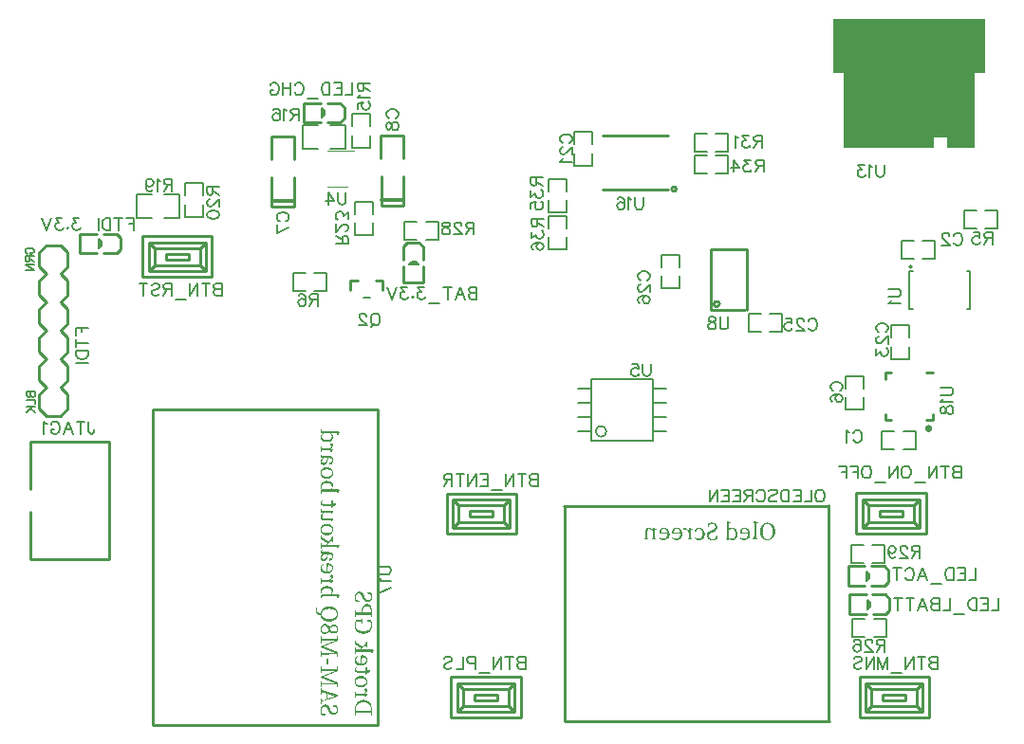
<source format=gbo>
G04 ---------------------------- Layer name :BOTTOM SILK LAYER*
G04 EasyEDA v5.7.26, Mon, 08 Oct 2018 11:53:26 GMT*
G04 3e30844db99a4207a4187d0db1b8c40a*
G04 Gerber Generator version 0.2*
G04 Scale: 100 percent, Rotated: No, Reflected: No *
G04 Dimensions in inches *
G04 leading zeros omitted , absolute positions ,2 integer and 4 decimal *
%FSLAX24Y24*%
%MOIN*%
G90*
G70D02*

%ADD10C,0.010000*%
%ADD13C,0.008000*%
%ADD58C,0.007874*%
%ADD59C,0.007870*%
%ADD60C,0.013000*%
%ADD66C,0.007000*%
%ADD67C,0.004724*%
%ADD68C,0.005910*%
%ADD69C,0.005080*%

%LPD*%
G54D10*
G01X19128Y7928D02*
G01X28418Y7928D01*
G01X28443Y7955D01*
G01X28443Y376D01*
G01X28471Y350D01*
G01X19155Y350D01*
G01X19155Y7928D01*
G01X8869Y19480D02*
G01X8869Y18459D01*
G01X9650Y18459D01*
G01X9650Y19480D01*
G54D60*
G01X9630Y18659D02*
G01X8889Y18659D01*
G54D10*
G01X9650Y20119D02*
G01X9650Y20923D01*
G01X8861Y20923D01*
G01X8861Y20119D01*
G01X31847Y8369D02*
G01X29406Y8369D01*
G01X29406Y8369D02*
G01X29406Y6951D01*
G01X29406Y6951D02*
G01X31847Y6951D01*
G01X31847Y6951D02*
G01X31847Y8369D01*
G01X31626Y8059D02*
G01X31626Y8059D01*
G01X31626Y8159D01*
G01X29626Y8159D01*
G01X29626Y7159D01*
G01X31626Y7159D01*
G01X31626Y8059D01*
G01X31626Y8059D01*
G01X31626Y8159D02*
G01X31426Y7959D01*
G01X31626Y7159D02*
G01X31426Y7359D01*
G01X29626Y7159D02*
G01X29826Y7359D01*
G01X29626Y8159D02*
G01X29826Y7959D01*
G01X31426Y7859D02*
G01X31426Y7859D01*
G01X31426Y7959D01*
G01X29826Y7959D01*
G01X29826Y7359D01*
G01X31426Y7359D01*
G01X31426Y7859D01*
G01X31426Y7859D01*
G01X31026Y7759D02*
G01X30226Y7759D01*
G01X30226Y7559D01*
G01X31026Y7559D01*
G01X31026Y7759D01*
G01X15178Y490D02*
G01X17619Y490D01*
G01X17619Y490D02*
G01X17619Y1909D01*
G01X17619Y1909D02*
G01X15178Y1909D01*
G01X15178Y1909D02*
G01X15178Y490D01*
G01X15400Y800D02*
G01X15400Y800D01*
G01X15400Y700D01*
G01X17400Y700D01*
G01X17400Y1700D01*
G01X15400Y1700D01*
G01X15400Y800D01*
G01X15400Y800D01*
G01X15400Y700D02*
G01X15600Y900D01*
G01X15400Y1700D02*
G01X15600Y1500D01*
G01X17400Y1700D02*
G01X17200Y1500D01*
G01X17400Y700D02*
G01X17200Y900D01*
G01X15600Y1000D02*
G01X15600Y1000D01*
G01X15600Y900D01*
G01X17200Y900D01*
G01X17200Y1500D01*
G01X15600Y1500D01*
G01X15600Y1000D01*
G01X15600Y1000D01*
G01X16000Y1100D02*
G01X16800Y1100D01*
G01X16800Y1300D01*
G01X16000Y1300D01*
G01X16000Y1100D01*
G01X31957Y1909D02*
G01X29517Y1909D01*
G01X29517Y1909D02*
G01X29517Y490D01*
G01X29517Y490D02*
G01X31957Y490D01*
G01X31957Y490D02*
G01X31957Y1909D01*
G01X31736Y1600D02*
G01X31736Y1600D01*
G01X31736Y1700D01*
G01X29736Y1700D01*
G01X29736Y700D01*
G01X31736Y700D01*
G01X31736Y1600D01*
G01X31736Y1600D01*
G01X31736Y1700D02*
G01X31536Y1500D01*
G01X31736Y700D02*
G01X31536Y900D01*
G01X29736Y700D02*
G01X29936Y900D01*
G01X29736Y1700D02*
G01X29936Y1500D01*
G01X31536Y1400D02*
G01X31536Y1400D01*
G01X31536Y1500D01*
G01X29936Y1500D01*
G01X29936Y900D01*
G01X31536Y900D01*
G01X31536Y1400D01*
G01X31536Y1400D01*
G01X31136Y1300D02*
G01X30336Y1300D01*
G01X30336Y1100D01*
G01X31136Y1100D01*
G01X31136Y1300D01*
G01X15021Y6944D02*
G01X17461Y6944D01*
G01X17461Y6944D02*
G01X17461Y8361D01*
G01X17461Y8361D02*
G01X15021Y8361D01*
G01X15021Y8361D02*
G01X15021Y6944D01*
G01X15242Y7253D02*
G01X15242Y7253D01*
G01X15242Y7153D01*
G01X17242Y7153D01*
G01X17242Y8153D01*
G01X15242Y8153D01*
G01X15242Y7253D01*
G01X15242Y7253D01*
G01X15242Y7153D02*
G01X15442Y7353D01*
G01X15242Y8153D02*
G01X15442Y7953D01*
G01X17242Y8153D02*
G01X17042Y7953D01*
G01X17242Y7153D02*
G01X17042Y7353D01*
G01X15442Y7453D02*
G01X15442Y7453D01*
G01X15442Y7353D01*
G01X17042Y7353D01*
G01X17042Y7953D01*
G01X15442Y7953D01*
G01X15442Y7453D01*
G01X15442Y7453D01*
G01X15842Y7553D02*
G01X16642Y7553D01*
G01X16642Y7753D01*
G01X15842Y7753D01*
G01X15842Y7553D01*
G54D67*
G01X11521Y19142D02*
G01X10813Y19142D01*
G01X10813Y20409D02*
G01X11777Y20409D01*
G54D10*
G01X12719Y19505D02*
G01X12719Y18484D01*
G01X13500Y18484D01*
G01X13500Y19505D01*
G54D60*
G01X13480Y18684D02*
G01X12739Y18684D01*
G54D10*
G01X13500Y20144D02*
G01X13500Y20948D01*
G01X12711Y20948D01*
G01X12711Y20144D01*
G54D59*
G01X10481Y20492D02*
G01X9961Y20492D01*
G01X9961Y21307D01*
G01X10481Y21307D01*
G01X10927Y20492D02*
G01X11447Y20492D01*
G01X11447Y21307D01*
G01X10927Y21307D01*
G01X4656Y18067D02*
G01X4136Y18067D01*
G01X4136Y18882D01*
G01X4656Y18882D01*
G01X5102Y18067D02*
G01X5622Y18067D01*
G01X5622Y18882D01*
G01X5102Y18882D01*
G54D10*
G01X394Y7734D02*
G01X394Y6055D01*
G01X3155Y6055D01*
G01X3155Y10194D01*
G01X394Y10194D01*
G01X394Y8515D01*
G01X6771Y17409D02*
G01X4330Y17409D01*
G01X4330Y17409D02*
G01X4330Y15990D01*
G01X4330Y15990D02*
G01X6771Y15990D01*
G01X6771Y15990D02*
G01X6771Y17409D01*
G01X6550Y17100D02*
G01X6550Y17100D01*
G01X6550Y17200D01*
G01X4550Y17200D01*
G01X4550Y16200D01*
G01X6550Y16200D01*
G01X6550Y17100D01*
G01X6550Y17100D01*
G01X6550Y17200D02*
G01X6350Y17000D01*
G01X6550Y16200D02*
G01X6350Y16400D01*
G01X4550Y16200D02*
G01X4750Y16400D01*
G01X4550Y17200D02*
G01X4750Y17000D01*
G01X6350Y16900D02*
G01X6350Y16900D01*
G01X6350Y17000D01*
G01X4750Y17000D01*
G01X4750Y16400D01*
G01X6350Y16400D01*
G01X6350Y16900D01*
G01X6350Y16900D01*
G01X5950Y16800D02*
G01X5150Y16800D01*
G01X5150Y16600D01*
G01X5950Y16600D01*
G01X5950Y16800D01*
G01X29117Y5807D02*
G01X29697Y5807D01*
G01X29117Y5128D02*
G01X29697Y5128D01*
G01X29117Y5128D02*
G01X29117Y5807D01*
G01X29927Y5807D02*
G01X30386Y5807D01*
G01X29936Y5128D02*
G01X30386Y5128D01*
G01X30386Y5128D02*
G01X30527Y5267D01*
G01X30527Y5667D01*
G01X30386Y5807D01*
G54D68*
G01X29756Y5317D02*
G01X29756Y5628D01*
G01X29856Y5528D01*
G01X29856Y5388D01*
G01X29756Y5288D01*
G01X29756Y5378D01*
G01X29806Y5557D02*
G01X29806Y5357D01*
G54D10*
G01X29167Y4807D02*
G01X29747Y4807D01*
G01X29167Y4128D02*
G01X29747Y4128D01*
G01X29167Y4128D02*
G01X29167Y4807D01*
G01X29977Y4807D02*
G01X30436Y4807D01*
G01X29986Y4128D02*
G01X30436Y4128D01*
G01X30436Y4128D02*
G01X30577Y4267D01*
G01X30577Y4667D01*
G01X30436Y4807D01*
G54D68*
G01X29806Y4317D02*
G01X29806Y4628D01*
G01X29906Y4528D01*
G01X29906Y4388D01*
G01X29806Y4288D01*
G01X29806Y4378D01*
G01X29856Y4557D02*
G01X29856Y4357D01*
G54D10*
G01X10005Y22094D02*
G01X10585Y22094D01*
G01X10005Y21413D02*
G01X10585Y21413D01*
G01X10005Y21413D02*
G01X10005Y22094D01*
G01X10814Y22094D02*
G01X11275Y22094D01*
G01X10825Y21413D02*
G01X11275Y21413D01*
G01X11275Y21413D02*
G01X11414Y21553D01*
G01X11414Y21953D01*
G01X11275Y22094D01*
G54D68*
G01X10644Y21603D02*
G01X10644Y21913D01*
G01X10744Y21813D01*
G01X10744Y21673D01*
G01X10644Y21573D01*
G01X10644Y21663D01*
G01X10694Y21844D02*
G01X10694Y21644D01*
G54D10*
G01X2144Y17496D02*
G01X2725Y17496D01*
G01X2144Y16817D02*
G01X2725Y16817D01*
G01X2144Y16817D02*
G01X2144Y17496D01*
G01X2955Y17496D02*
G01X3414Y17496D01*
G01X2964Y16817D02*
G01X3414Y16817D01*
G01X3414Y16817D02*
G01X3555Y16957D01*
G01X3555Y17357D01*
G01X3414Y17496D01*
G54D68*
G01X2785Y17007D02*
G01X2785Y17317D01*
G01X2885Y17217D01*
G01X2885Y17077D01*
G01X2785Y16977D01*
G01X2785Y17067D01*
G01X2835Y17246D02*
G01X2835Y17046D01*
G54D10*
G01X950Y12100D02*
G01X700Y11850D01*
G01X700Y11850D02*
G01X700Y11350D01*
G01X700Y11350D02*
G01X950Y11100D01*
G01X1450Y11100D02*
G01X1700Y11350D01*
G01X1700Y11350D02*
G01X1700Y11850D01*
G01X1700Y11850D02*
G01X1450Y12100D01*
G01X700Y13850D02*
G01X700Y13350D01*
G01X700Y13350D02*
G01X950Y13100D01*
G01X1450Y13100D02*
G01X1700Y13350D01*
G01X950Y13100D02*
G01X700Y12850D01*
G01X700Y12850D02*
G01X700Y12350D01*
G01X700Y12350D02*
G01X950Y12100D01*
G01X1450Y12100D02*
G01X1700Y12350D01*
G01X1700Y12350D02*
G01X1700Y12850D01*
G01X1700Y12850D02*
G01X1450Y13100D01*
G01X950Y15100D02*
G01X700Y14850D01*
G01X700Y14850D02*
G01X700Y14350D01*
G01X700Y14350D02*
G01X950Y14100D01*
G01X1450Y14100D02*
G01X1700Y14350D01*
G01X1700Y14350D02*
G01X1700Y14850D01*
G01X1700Y14850D02*
G01X1450Y15100D01*
G01X700Y13850D02*
G01X950Y14100D01*
G01X1450Y14100D02*
G01X1700Y13850D01*
G01X1700Y13350D02*
G01X1700Y13850D01*
G01X700Y16850D02*
G01X700Y16350D01*
G01X700Y16350D02*
G01X950Y16100D01*
G01X1450Y16100D02*
G01X1700Y16350D01*
G01X950Y16100D02*
G01X700Y15850D01*
G01X700Y15850D02*
G01X700Y15350D01*
G01X700Y15350D02*
G01X950Y15100D01*
G01X1450Y15100D02*
G01X1700Y15350D01*
G01X1700Y15350D02*
G01X1700Y15850D01*
G01X1700Y15850D02*
G01X1450Y16100D01*
G01X950Y17100D02*
G01X1450Y17100D01*
G01X700Y16850D02*
G01X950Y17100D01*
G01X1450Y17100D02*
G01X1700Y16850D01*
G01X1700Y16350D02*
G01X1700Y16850D01*
G01X950Y11100D02*
G01X1450Y11100D01*
G54D58*
G01X24472Y20384D02*
G01X24906Y20384D01*
G01X24906Y21015D01*
G01X24472Y21015D01*
G01X24157Y20384D02*
G01X23723Y20384D01*
G01X23723Y20778D01*
G01X23723Y21015D01*
G01X24157Y21015D01*
G01X24152Y20240D02*
G01X23718Y20240D01*
G01X23718Y19609D01*
G01X24152Y19609D01*
G01X24467Y20240D02*
G01X24901Y20240D01*
G01X24901Y19846D01*
G01X24901Y19609D01*
G01X24467Y19609D01*
G01X19485Y20328D02*
G01X19485Y19894D01*
G01X20114Y19894D01*
G01X20114Y20328D01*
G01X19485Y20642D02*
G01X19485Y21076D01*
G01X19878Y21076D01*
G01X20114Y21076D01*
G01X20114Y20642D01*
G01X18610Y18678D02*
G01X18610Y18244D01*
G01X19239Y18244D01*
G01X19239Y18678D01*
G01X18610Y18992D02*
G01X18610Y19426D01*
G01X19003Y19426D01*
G01X19239Y19426D01*
G01X19239Y18992D01*
G01X19239Y17696D02*
G01X19239Y18130D01*
G01X18610Y18130D01*
G01X18610Y17696D01*
G01X19239Y17382D02*
G01X19239Y16948D01*
G01X18846Y16948D01*
G01X18610Y16948D01*
G01X18610Y17382D01*
G01X13977Y17915D02*
G01X13543Y17915D01*
G01X13543Y17284D01*
G01X13977Y17284D01*
G01X14292Y17915D02*
G01X14726Y17915D01*
G01X14726Y17521D01*
G01X14726Y17284D01*
G01X14292Y17284D01*
G01X11785Y17878D02*
G01X11785Y17444D01*
G01X12414Y17444D01*
G01X12414Y17878D01*
G01X11785Y18192D02*
G01X11785Y18626D01*
G01X12178Y18626D01*
G01X12414Y18626D01*
G01X12414Y18192D01*
G01X31427Y17240D02*
G01X30993Y17240D01*
G01X30993Y16609D01*
G01X31427Y16609D01*
G01X31742Y17240D02*
G01X32176Y17240D01*
G01X32176Y16846D01*
G01X32176Y16609D01*
G01X31742Y16609D01*
G01X29035Y11753D02*
G01X29035Y11319D01*
G01X29664Y11319D01*
G01X29664Y11753D01*
G01X29035Y12067D02*
G01X29035Y12501D01*
G01X29428Y12501D01*
G01X29664Y12501D01*
G01X29664Y12067D01*
G01X31047Y9934D02*
G01X31481Y9934D01*
G01X31481Y10565D01*
G01X31047Y10565D01*
G01X30732Y9934D02*
G01X30298Y9934D01*
G01X30298Y10328D01*
G01X30298Y10565D01*
G01X30732Y10565D01*
G01X30635Y13528D02*
G01X30635Y13094D01*
G01X31264Y13094D01*
G01X31264Y13528D01*
G01X30635Y13842D02*
G01X30635Y14276D01*
G01X31028Y14276D01*
G01X31264Y14276D01*
G01X31264Y13842D01*
G54D10*
G01X30419Y12384D02*
G01X30419Y12605D01*
G01X30419Y12605D02*
G01X30639Y12605D01*
G01X30419Y11165D02*
G01X30419Y10944D01*
G01X30419Y10944D02*
G01X30639Y10944D01*
G01X32080Y11165D02*
G01X32080Y10944D01*
G01X32080Y10944D02*
G01X31860Y10944D01*
G01X32080Y12605D02*
G01X31860Y12605D01*
G01X20510Y20940D02*
G01X22789Y20940D01*
G01X22789Y19059D02*
G01X20510Y19059D01*
G54D58*
G01X26052Y14690D02*
G01X25619Y14690D01*
G01X25619Y14059D01*
G01X26052Y14059D01*
G01X26368Y14690D02*
G01X26801Y14690D01*
G01X26801Y14296D01*
G01X26801Y14059D01*
G01X26368Y14059D01*
G01X22560Y16003D02*
G01X22560Y15569D01*
G01X23189Y15569D01*
G01X23189Y16003D01*
G01X22560Y16317D02*
G01X22560Y16751D01*
G01X22953Y16751D01*
G01X23189Y16751D01*
G01X23189Y16317D01*
G54D10*
G01X24289Y16955D02*
G01X24289Y14828D01*
G01X25547Y16955D02*
G01X25547Y14828D01*
G01X24289Y16955D02*
G01X25547Y16955D01*
G01X24300Y14825D02*
G01X25500Y14825D01*
G54D58*
G01X33627Y18315D02*
G01X33194Y18315D01*
G01X33194Y17684D01*
G01X33627Y17684D01*
G01X33943Y18315D02*
G01X34376Y18315D01*
G01X34376Y17921D01*
G01X34376Y17684D01*
G01X33943Y17684D01*
G01X10372Y15484D02*
G01X10806Y15484D01*
G01X10806Y16115D01*
G01X10372Y16115D01*
G01X10057Y15484D02*
G01X9623Y15484D01*
G01X9623Y15878D01*
G01X9623Y16115D01*
G01X10057Y16115D01*
G54D10*
G01X11885Y15855D02*
G01X11625Y15855D01*
G01X11885Y15855D01*
G01X11625Y15855D01*
G01X11625Y15534D01*
G01X12775Y15534D02*
G01X12775Y15855D01*
G01X12514Y15855D01*
G54D58*
G01X12318Y15246D02*
G01X12081Y15246D01*
G54D10*
G01X13500Y15769D02*
G01X13500Y16350D01*
G01X14180Y15769D02*
G01X14180Y16350D01*
G01X14180Y15769D02*
G01X13500Y15769D01*
G01X13500Y16580D02*
G01X13500Y17040D01*
G01X14180Y16590D02*
G01X14180Y17040D01*
G01X14180Y17040D02*
G01X14039Y17180D01*
G01X13639Y17180D01*
G01X13500Y17040D01*
G54D68*
G01X13989Y16409D02*
G01X13680Y16409D01*
G01X13780Y16509D01*
G01X13919Y16509D01*
G01X14019Y16409D01*
G01X13930Y16409D01*
G01X13750Y16459D02*
G01X13950Y16459D01*
G54D58*
G01X5835Y18528D02*
G01X5835Y18094D01*
G01X6464Y18094D01*
G01X6464Y18528D01*
G01X5835Y18842D02*
G01X5835Y19276D01*
G01X6228Y19276D01*
G01X6464Y19276D01*
G01X6464Y18842D01*
G01X31383Y16182D02*
G01X31275Y16182D01*
G01X31275Y14843D01*
G01X31383Y14843D01*
G01X33292Y16182D02*
G01X33401Y16182D01*
G01X33401Y14843D01*
G01X33292Y14843D01*
G01X30022Y3309D02*
G01X30456Y3309D01*
G01X30456Y3940D01*
G01X30022Y3940D01*
G01X29707Y3309D02*
G01X29273Y3309D01*
G01X29273Y3703D01*
G01X29273Y3940D01*
G01X29707Y3940D01*
G01X29972Y5934D02*
G01X30406Y5934D01*
G01X30406Y6565D01*
G01X29972Y6565D01*
G01X29657Y5934D02*
G01X29223Y5934D01*
G01X29223Y6328D01*
G01X29223Y6565D01*
G01X29657Y6565D01*
G54D10*
G01X12600Y11325D02*
G01X4700Y11325D01*
G01X4700Y225D01*
G01X12600Y225D01*
G01X12600Y11325D01*
G54D58*
G01X12314Y21272D02*
G01X12314Y21705D01*
G01X11685Y21705D01*
G01X11685Y21272D01*
G01X12314Y20957D02*
G01X12314Y20524D01*
G01X11921Y20524D01*
G01X11685Y20524D01*
G01X11685Y20957D01*
G54D69*
G01X22255Y10219D02*
G01X22255Y12378D01*
G01X22255Y12378D02*
G01X20094Y12378D01*
G01X20094Y12378D02*
G01X20094Y10219D01*
G01X20094Y10219D02*
G01X22255Y10219D01*
G01X22288Y10536D02*
G01X22723Y10536D01*
G01X22288Y11044D02*
G01X22723Y11044D01*
G01X22288Y11553D02*
G01X22723Y11553D01*
G01X22723Y12061D02*
G01X22288Y12061D01*
G01X20061Y12061D02*
G01X19626Y12061D01*
G01X19626Y11553D02*
G01X20061Y11553D01*
G01X19626Y11044D02*
G01X20061Y11044D01*
G01X19626Y10536D02*
G01X20061Y10536D01*

%LPD*%
G36*
G01X24385Y6726D02*
G01X24360Y6725D01*
G01X24330Y6726D01*
G01X24302Y6730D01*
G01X24277Y6736D01*
G01X24252Y6745D01*
G01X24231Y6756D01*
G01X24211Y6769D01*
G01X24194Y6784D01*
G01X24180Y6802D01*
G01X24169Y6821D01*
G01X24160Y6843D01*
G01X24155Y6866D01*
G01X24154Y6892D01*
G01X24155Y6911D01*
G01X24157Y6930D01*
G01X24162Y6947D01*
G01X24169Y6963D01*
G01X24178Y6979D01*
G01X24190Y6994D01*
G01X24204Y7007D01*
G01X24220Y7020D01*
G01X24239Y7033D01*
G01X24261Y7045D01*
G01X24286Y7057D01*
G01X24314Y7069D01*
G01X24349Y7082D01*
G01X24371Y7092D01*
G01X24391Y7103D01*
G01X24408Y7115D01*
G01X24422Y7128D01*
G01X24433Y7142D01*
G01X24441Y7159D01*
G01X24446Y7176D01*
G01X24448Y7196D01*
G01X24445Y7220D01*
G01X24439Y7241D01*
G01X24427Y7259D01*
G01X24413Y7273D01*
G01X24395Y7284D01*
G01X24374Y7293D01*
G01X24351Y7298D01*
G01X24326Y7300D01*
G01X24306Y7298D01*
G01X24288Y7295D01*
G01X24271Y7290D01*
G01X24255Y7282D01*
G01X24232Y7176D01*
G01X24187Y7176D01*
G01X24181Y7292D01*
G01X24196Y7301D01*
G01X24211Y7311D01*
G01X24228Y7318D01*
G01X24245Y7325D01*
G01X24264Y7330D01*
G01X24283Y7334D01*
G01X24303Y7337D01*
G01X24325Y7338D01*
G01X24352Y7336D01*
G01X24378Y7333D01*
G01X24402Y7327D01*
G01X24425Y7318D01*
G01X24445Y7308D01*
G01X24464Y7295D01*
G01X24480Y7280D01*
G01X24494Y7263D01*
G01X24505Y7245D01*
G01X24513Y7224D01*
G01X24518Y7201D01*
G01X24520Y7176D01*
G01X24518Y7155D01*
G01X24515Y7136D01*
G01X24509Y7117D01*
G01X24501Y7100D01*
G01X24490Y7084D01*
G01X24478Y7070D01*
G01X24464Y7056D01*
G01X24448Y7044D01*
G01X24431Y7032D01*
G01X24411Y7021D01*
G01X24391Y7011D01*
G01X24369Y7001D01*
G01X24336Y6988D01*
G01X24309Y6976D01*
G01X24285Y6965D01*
G01X24267Y6953D01*
G01X24251Y6940D01*
G01X24240Y6926D01*
G01X24232Y6910D01*
G01X24227Y6892D01*
G01X24226Y6873D01*
G01X24228Y6848D01*
G01X24235Y6826D01*
G01X24247Y6807D01*
G01X24264Y6791D01*
G01X24284Y6779D01*
G01X24308Y6771D01*
G01X24335Y6765D01*
G01X24366Y6763D01*
G01X24392Y6765D01*
G01X24415Y6768D01*
G01X24437Y6775D01*
G01X24458Y6784D01*
G01X24480Y6894D01*
G01X24525Y6894D01*
G01X24531Y6771D01*
G01X24514Y6762D01*
G01X24497Y6753D01*
G01X24477Y6745D01*
G01X24455Y6738D01*
G01X24433Y6732D01*
G01X24409Y6728D01*
G01X24385Y6726D01*
G37*

%LPC*%

%LPD*%
G36*
G01X26308Y6725D02*
G01X26288Y6725D01*
G01X26267Y6725D01*
G01X26247Y6728D01*
G01X26227Y6732D01*
G01X26207Y6738D01*
G01X26188Y6745D01*
G01X26169Y6754D01*
G01X26151Y6765D01*
G01X26134Y6777D01*
G01X26118Y6790D01*
G01X26102Y6805D01*
G01X26088Y6822D01*
G01X26075Y6840D01*
G01X26063Y6859D01*
G01X26052Y6880D01*
G01X26043Y6902D01*
G01X26035Y6926D01*
G01X26029Y6950D01*
G01X26024Y6976D01*
G01X26022Y7003D01*
G01X26021Y7032D01*
G01X26022Y7060D01*
G01X26025Y7088D01*
G01X26029Y7114D01*
G01X26035Y7139D01*
G01X26043Y7162D01*
G01X26053Y7184D01*
G01X26063Y7205D01*
G01X26076Y7224D01*
G01X26089Y7242D01*
G01X26103Y7258D01*
G01X26118Y7273D01*
G01X26135Y7286D01*
G01X26152Y7298D01*
G01X26170Y7309D01*
G01X26189Y7317D01*
G01X26208Y7325D01*
G01X26227Y7330D01*
G01X26247Y7334D01*
G01X26267Y7337D01*
G01X26288Y7338D01*
G01X26308Y7337D01*
G01X26328Y7334D01*
G01X26348Y7330D01*
G01X26368Y7324D01*
G01X26387Y7317D01*
G01X26406Y7308D01*
G01X26424Y7297D01*
G01X26441Y7285D01*
G01X26457Y7271D01*
G01X26473Y7257D01*
G01X26488Y7240D01*
G01X26501Y7222D01*
G01X26513Y7203D01*
G01X26524Y7182D01*
G01X26533Y7160D01*
G01X26541Y7137D01*
G01X26547Y7113D01*
G01X26552Y7087D01*
G01X26555Y7060D01*
G01X26556Y7032D01*
G01X26555Y7002D01*
G01X26552Y6974D01*
G01X26547Y6948D01*
G01X26541Y6923D01*
G01X26533Y6899D01*
G01X26524Y6877D01*
G01X26513Y6856D01*
G01X26501Y6837D01*
G01X26488Y6819D01*
G01X26473Y6803D01*
G01X26458Y6788D01*
G01X26442Y6775D01*
G01X26424Y6763D01*
G01X26406Y6753D01*
G01X26388Y6744D01*
G01X26368Y6737D01*
G01X26349Y6732D01*
G01X26329Y6728D01*
G01X26308Y6725D01*
G37*

%LPC*%
G36*
G01X26265Y6764D02*
G01X26288Y6763D01*
G01X26310Y6764D01*
G01X26330Y6768D01*
G01X26349Y6775D01*
G01X26367Y6785D01*
G01X26383Y6797D01*
G01X26397Y6811D01*
G01X26410Y6827D01*
G01X26422Y6845D01*
G01X26432Y6864D01*
G01X26441Y6885D01*
G01X26448Y6907D01*
G01X26454Y6931D01*
G01X26459Y6955D01*
G01X26462Y6980D01*
G01X26464Y7005D01*
G01X26465Y7032D01*
G01X26464Y7057D01*
G01X26462Y7082D01*
G01X26459Y7107D01*
G01X26454Y7131D01*
G01X26448Y7154D01*
G01X26441Y7176D01*
G01X26432Y7197D01*
G01X26422Y7217D01*
G01X26410Y7235D01*
G01X26397Y7251D01*
G01X26383Y7265D01*
G01X26367Y7277D01*
G01X26349Y7286D01*
G01X26330Y7294D01*
G01X26310Y7298D01*
G01X26288Y7300D01*
G01X26265Y7298D01*
G01X26245Y7294D01*
G01X26226Y7286D01*
G01X26209Y7277D01*
G01X26193Y7265D01*
G01X26178Y7251D01*
G01X26165Y7235D01*
G01X26154Y7217D01*
G01X26144Y7197D01*
G01X26135Y7176D01*
G01X26128Y7154D01*
G01X26122Y7131D01*
G01X26118Y7107D01*
G01X26114Y7082D01*
G01X26112Y7057D01*
G01X26112Y7032D01*
G01X26112Y7005D01*
G01X26114Y6980D01*
G01X26118Y6955D01*
G01X26122Y6931D01*
G01X26128Y6907D01*
G01X26135Y6885D01*
G01X26144Y6864D01*
G01X26154Y6845D01*
G01X26165Y6827D01*
G01X26178Y6811D01*
G01X26193Y6797D01*
G01X26209Y6785D01*
G01X26226Y6775D01*
G01X26245Y6768D01*
G01X26265Y6764D01*
G37*

%LPD*%
G36*
G01X22669Y6727D02*
G01X22648Y6726D01*
G01X22620Y6728D01*
G01X22594Y6733D01*
G01X22570Y6742D01*
G01X22548Y6753D01*
G01X22529Y6767D01*
G01X22511Y6785D01*
G01X22496Y6804D01*
G01X22483Y6826D01*
G01X22500Y6838D01*
G01X22524Y6813D01*
G01X22552Y6793D01*
G01X22584Y6780D01*
G01X22624Y6776D01*
G01X22644Y6777D01*
G01X22664Y6780D01*
G01X22682Y6786D01*
G01X22699Y6795D01*
G01X22714Y6806D01*
G01X22728Y6819D01*
G01X22739Y6835D01*
G01X22750Y6853D01*
G01X22757Y6873D01*
G01X22764Y6896D01*
G01X22767Y6922D01*
G01X22769Y6950D01*
G01X22488Y6948D01*
G01X22485Y6958D01*
G01X22483Y6970D01*
G01X22481Y6983D01*
G01X22481Y6998D01*
G01X22482Y7022D01*
G01X22486Y7046D01*
G01X22493Y7067D01*
G01X22502Y7086D01*
G01X22514Y7104D01*
G01X22527Y7119D01*
G01X22543Y7133D01*
G01X22560Y7144D01*
G01X22579Y7153D01*
G01X22600Y7159D01*
G01X22622Y7163D01*
G01X22645Y7165D01*
G01X22665Y7163D01*
G01X22684Y7161D01*
G01X22703Y7155D01*
G01X22722Y7149D01*
G01X22739Y7140D01*
G01X22756Y7130D01*
G01X22771Y7118D01*
G01X22786Y7104D01*
G01X22799Y7089D01*
G01X22810Y7072D01*
G01X22821Y7054D01*
G01X22830Y7034D01*
G01X22836Y7013D01*
G01X22842Y6991D01*
G01X22844Y6967D01*
G01X22846Y6942D01*
G01X22845Y6917D01*
G01X22842Y6894D01*
G01X22838Y6872D01*
G01X22831Y6851D01*
G01X22823Y6832D01*
G01X22814Y6814D01*
G01X22803Y6798D01*
G01X22791Y6783D01*
G01X22777Y6770D01*
G01X22762Y6759D01*
G01X22746Y6749D01*
G01X22728Y6741D01*
G01X22710Y6735D01*
G01X22690Y6730D01*
G01X22669Y6727D01*
G37*

%LPC*%
G36*
G01X22576Y6984D02*
G01X22600Y6980D01*
G01X22768Y6982D01*
G01X22763Y7019D01*
G01X22753Y7050D01*
G01X22741Y7075D01*
G01X22725Y7096D01*
G01X22708Y7112D01*
G01X22689Y7123D01*
G01X22669Y7129D01*
G01X22649Y7132D01*
G01X22628Y7129D01*
G01X22610Y7123D01*
G01X22593Y7113D01*
G01X22579Y7101D01*
G01X22567Y7086D01*
G01X22559Y7068D01*
G01X22553Y7049D01*
G01X22552Y7030D01*
G01X22554Y7009D01*
G01X22561Y6994D01*
G01X22576Y6984D01*
G37*

%LPD*%
G36*
G01X23114Y6727D02*
G01X23093Y6726D01*
G01X23065Y6728D01*
G01X23039Y6733D01*
G01X23015Y6742D01*
G01X22993Y6753D01*
G01X22974Y6767D01*
G01X22956Y6785D01*
G01X22941Y6804D01*
G01X22928Y6826D01*
G01X22945Y6838D01*
G01X22969Y6813D01*
G01X22996Y6793D01*
G01X23029Y6780D01*
G01X23068Y6776D01*
G01X23089Y6777D01*
G01X23108Y6780D01*
G01X23127Y6786D01*
G01X23143Y6795D01*
G01X23159Y6806D01*
G01X23172Y6819D01*
G01X23184Y6835D01*
G01X23194Y6853D01*
G01X23202Y6873D01*
G01X23208Y6896D01*
G01X23212Y6922D01*
G01X23214Y6950D01*
G01X22932Y6948D01*
G01X22929Y6958D01*
G01X22927Y6970D01*
G01X22926Y6983D01*
G01X22926Y6998D01*
G01X22927Y7022D01*
G01X22931Y7046D01*
G01X22938Y7067D01*
G01X22947Y7086D01*
G01X22959Y7104D01*
G01X22972Y7119D01*
G01X22988Y7133D01*
G01X23005Y7144D01*
G01X23024Y7153D01*
G01X23045Y7159D01*
G01X23067Y7163D01*
G01X23090Y7165D01*
G01X23110Y7163D01*
G01X23129Y7161D01*
G01X23148Y7155D01*
G01X23167Y7149D01*
G01X23184Y7140D01*
G01X23201Y7130D01*
G01X23216Y7118D01*
G01X23231Y7104D01*
G01X23244Y7089D01*
G01X23256Y7072D01*
G01X23266Y7054D01*
G01X23275Y7034D01*
G01X23281Y7013D01*
G01X23286Y6991D01*
G01X23289Y6967D01*
G01X23291Y6942D01*
G01X23290Y6917D01*
G01X23287Y6894D01*
G01X23282Y6872D01*
G01X23276Y6851D01*
G01X23268Y6832D01*
G01X23259Y6814D01*
G01X23248Y6798D01*
G01X23236Y6783D01*
G01X23222Y6770D01*
G01X23207Y6759D01*
G01X23191Y6749D01*
G01X23173Y6741D01*
G01X23155Y6735D01*
G01X23135Y6730D01*
G01X23114Y6727D01*
G37*

%LPC*%
G36*
G01X23020Y6984D02*
G01X23044Y6980D01*
G01X23213Y6982D01*
G01X23207Y7019D01*
G01X23198Y7050D01*
G01X23185Y7075D01*
G01X23170Y7096D01*
G01X23153Y7112D01*
G01X23134Y7123D01*
G01X23114Y7129D01*
G01X23094Y7132D01*
G01X23073Y7129D01*
G01X23055Y7123D01*
G01X23038Y7113D01*
G01X23024Y7101D01*
G01X23012Y7086D01*
G01X23004Y7068D01*
G01X22998Y7049D01*
G01X22997Y7030D01*
G01X22999Y7009D01*
G01X23006Y6994D01*
G01X23020Y6984D01*
G37*

%LPD*%
G36*
G01X23905Y6728D02*
G01X23884Y6726D01*
G01X23854Y6728D01*
G01X23827Y6734D01*
G01X23803Y6742D01*
G01X23781Y6755D01*
G01X23762Y6770D01*
G01X23746Y6788D01*
G01X23732Y6809D01*
G01X23721Y6834D01*
G01X23739Y6842D01*
G01X23750Y6826D01*
G01X23763Y6813D01*
G01X23776Y6802D01*
G01X23791Y6793D01*
G01X23807Y6785D01*
G01X23825Y6780D01*
G01X23842Y6776D01*
G01X23861Y6776D01*
G01X23881Y6777D01*
G01X23901Y6781D01*
G01X23919Y6787D01*
G01X23935Y6796D01*
G01X23951Y6808D01*
G01X23965Y6821D01*
G01X23977Y6838D01*
G01X23987Y6856D01*
G01X23995Y6877D01*
G01X24001Y6900D01*
G01X24004Y6925D01*
G01X24006Y6951D01*
G01X24005Y6979D01*
G01X24001Y7004D01*
G01X23996Y7028D01*
G01X23989Y7049D01*
G01X23980Y7068D01*
G01X23969Y7084D01*
G01X23956Y7098D01*
G01X23942Y7110D01*
G01X23926Y7119D01*
G01X23909Y7126D01*
G01X23891Y7130D01*
G01X23872Y7132D01*
G01X23861Y7131D01*
G01X23849Y7129D01*
G01X23836Y7127D01*
G01X23824Y7123D01*
G01X23808Y7061D01*
G01X23802Y7044D01*
G01X23793Y7032D01*
G01X23779Y7023D01*
G01X23761Y7021D01*
G01X23747Y7023D01*
G01X23736Y7028D01*
G01X23728Y7039D01*
G01X23723Y7053D01*
G01X23730Y7076D01*
G01X23741Y7097D01*
G01X23756Y7117D01*
G01X23775Y7133D01*
G01X23797Y7146D01*
G01X23821Y7156D01*
G01X23847Y7162D01*
G01X23876Y7165D01*
G01X23896Y7163D01*
G01X23915Y7161D01*
G01X23934Y7156D01*
G01X23953Y7150D01*
G01X23971Y7141D01*
G01X23988Y7131D01*
G01X24003Y7119D01*
G01X24018Y7106D01*
G01X24032Y7091D01*
G01X24044Y7075D01*
G01X24055Y7056D01*
G01X24064Y7037D01*
G01X24071Y7015D01*
G01X24076Y6993D01*
G01X24080Y6969D01*
G01X24081Y6944D01*
G01X24080Y6919D01*
G01X24077Y6896D01*
G01X24072Y6874D01*
G01X24067Y6853D01*
G01X24059Y6834D01*
G01X24050Y6816D01*
G01X24039Y6800D01*
G01X24026Y6785D01*
G01X24013Y6772D01*
G01X23998Y6760D01*
G01X23982Y6750D01*
G01X23964Y6742D01*
G01X23946Y6735D01*
G01X23926Y6730D01*
G01X23905Y6728D01*
G37*

%LPC*%

%LPD*%
G36*
G01X25078Y6728D02*
G01X25052Y6726D01*
G01X25014Y6731D01*
G01X24982Y6743D01*
G01X24953Y6762D01*
G01X24929Y6788D01*
G01X24924Y6728D01*
G01X24788Y6738D01*
G01X24788Y6765D01*
G01X24860Y6773D01*
G01X24860Y7255D01*
G01X24857Y7380D01*
G01X24868Y7386D01*
G01X25004Y7348D01*
G01X25004Y7323D01*
G01X24930Y7315D01*
G01X24930Y7107D01*
G01X24957Y7135D01*
G01X24986Y7153D01*
G01X25014Y7162D01*
G01X25045Y7165D01*
G01X25064Y7163D01*
G01X25084Y7161D01*
G01X25102Y7155D01*
G01X25119Y7149D01*
G01X25136Y7140D01*
G01X25151Y7130D01*
G01X25165Y7118D01*
G01X25179Y7104D01*
G01X25190Y7089D01*
G01X25201Y7072D01*
G01X25210Y7053D01*
G01X25218Y7034D01*
G01X25224Y7013D01*
G01X25228Y6990D01*
G01X25231Y6966D01*
G01X25232Y6942D01*
G01X25230Y6910D01*
G01X25226Y6881D01*
G01X25219Y6854D01*
G01X25209Y6829D01*
G01X25197Y6806D01*
G01X25182Y6786D01*
G01X25165Y6769D01*
G01X25146Y6754D01*
G01X25125Y6742D01*
G01X25102Y6734D01*
G01X25078Y6728D01*
G37*

%LPC*%
G36*
G01X25004Y6774D02*
G01X25032Y6771D01*
G01X25049Y6773D01*
G01X25065Y6776D01*
G01X25081Y6781D01*
G01X25095Y6789D01*
G01X25109Y6800D01*
G01X25120Y6812D01*
G01X25131Y6827D01*
G01X25139Y6845D01*
G01X25146Y6865D01*
G01X25151Y6889D01*
G01X25155Y6915D01*
G01X25156Y6944D01*
G01X25155Y6973D01*
G01X25151Y7000D01*
G01X25146Y7024D01*
G01X25138Y7045D01*
G01X25129Y7064D01*
G01X25118Y7079D01*
G01X25106Y7092D01*
G01X25093Y7103D01*
G01X25078Y7111D01*
G01X25063Y7116D01*
G01X25047Y7119D01*
G01X25031Y7121D01*
G01X25008Y7118D01*
G01X24985Y7111D01*
G01X24959Y7096D01*
G01X24932Y7075D01*
G01X24932Y6821D01*
G01X24956Y6797D01*
G01X24979Y6782D01*
G01X25004Y6774D01*
G37*

%LPD*%
G36*
G01X25501Y6727D02*
G01X25480Y6726D01*
G01X25452Y6728D01*
G01X25425Y6733D01*
G01X25401Y6742D01*
G01X25379Y6753D01*
G01X25360Y6767D01*
G01X25342Y6785D01*
G01X25327Y6804D01*
G01X25314Y6826D01*
G01X25332Y6838D01*
G01X25356Y6813D01*
G01X25383Y6793D01*
G01X25415Y6780D01*
G01X25455Y6776D01*
G01X25475Y6777D01*
G01X25495Y6780D01*
G01X25513Y6786D01*
G01X25530Y6795D01*
G01X25545Y6806D01*
G01X25559Y6819D01*
G01X25571Y6835D01*
G01X25581Y6853D01*
G01X25589Y6873D01*
G01X25594Y6896D01*
G01X25598Y6922D01*
G01X25600Y6950D01*
G01X25319Y6948D01*
G01X25316Y6958D01*
G01X25314Y6970D01*
G01X25312Y6983D01*
G01X25312Y6998D01*
G01X25313Y7022D01*
G01X25317Y7046D01*
G01X25324Y7067D01*
G01X25333Y7086D01*
G01X25345Y7104D01*
G01X25358Y7119D01*
G01X25374Y7133D01*
G01X25391Y7144D01*
G01X25410Y7153D01*
G01X25431Y7159D01*
G01X25453Y7163D01*
G01X25476Y7165D01*
G01X25496Y7163D01*
G01X25515Y7161D01*
G01X25534Y7155D01*
G01X25553Y7149D01*
G01X25570Y7140D01*
G01X25587Y7130D01*
G01X25602Y7118D01*
G01X25617Y7104D01*
G01X25630Y7089D01*
G01X25642Y7072D01*
G01X25652Y7054D01*
G01X25660Y7034D01*
G01X25667Y7013D01*
G01X25672Y6991D01*
G01X25676Y6967D01*
G01X25677Y6942D01*
G01X25676Y6917D01*
G01X25673Y6894D01*
G01X25668Y6872D01*
G01X25662Y6851D01*
G01X25655Y6832D01*
G01X25645Y6814D01*
G01X25634Y6798D01*
G01X25622Y6783D01*
G01X25608Y6770D01*
G01X25593Y6759D01*
G01X25577Y6749D01*
G01X25560Y6741D01*
G01X25541Y6735D01*
G01X25522Y6730D01*
G01X25501Y6727D01*
G37*

%LPC*%
G36*
G01X25407Y6984D02*
G01X25431Y6980D01*
G01X25600Y6982D01*
G01X25594Y7019D01*
G01X25585Y7050D01*
G01X25572Y7075D01*
G01X25556Y7096D01*
G01X25539Y7112D01*
G01X25520Y7123D01*
G01X25500Y7129D01*
G01X25480Y7132D01*
G01X25460Y7129D01*
G01X25441Y7123D01*
G01X25425Y7113D01*
G01X25411Y7101D01*
G01X25399Y7086D01*
G01X25391Y7068D01*
G01X25385Y7049D01*
G01X25384Y7030D01*
G01X25385Y7009D01*
G01X25393Y6994D01*
G01X25407Y6984D01*
G37*

%LPD*%
G36*
G01X22137Y6738D02*
G01X21936Y6738D01*
G01X21936Y6765D01*
G01X21997Y6775D01*
G01X21997Y6810D01*
G01X21998Y6849D01*
G01X21998Y6887D01*
G01X21999Y6921D01*
G01X21999Y7005D01*
G01X22000Y7045D01*
G01X22006Y7078D01*
G01X22014Y7105D01*
G01X22027Y7127D01*
G01X22042Y7144D01*
G01X22061Y7155D01*
G01X22084Y7162D01*
G01X22111Y7165D01*
G01X22131Y7163D01*
G01X22152Y7159D01*
G01X22172Y7152D01*
G01X22193Y7143D01*
G01X22213Y7131D01*
G01X22232Y7117D01*
G01X22251Y7101D01*
G01X22268Y7084D01*
G01X22276Y7155D01*
G01X22288Y7163D01*
G01X22411Y7115D01*
G01X22411Y7090D01*
G01X22341Y7082D01*
G01X22340Y7057D01*
G01X22339Y7030D01*
G01X22339Y7001D01*
G01X22339Y6967D01*
G01X22339Y6888D01*
G01X22339Y6850D01*
G01X22339Y6811D01*
G01X22340Y6775D01*
G01X22405Y6765D01*
G01X22405Y6738D01*
G01X22204Y6738D01*
G01X22204Y6765D01*
G01X22264Y6775D01*
G01X22264Y6811D01*
G01X22265Y6850D01*
G01X22265Y6888D01*
G01X22266Y6921D01*
G01X22266Y7051D01*
G01X22233Y7078D01*
G01X22202Y7096D01*
G01X22173Y7106D01*
G01X22144Y7109D01*
G01X22126Y7108D01*
G01X22110Y7104D01*
G01X22098Y7097D01*
G01X22088Y7086D01*
G01X22080Y7072D01*
G01X22075Y7053D01*
G01X22072Y7031D01*
G01X22071Y7003D01*
G01X22071Y6887D01*
G01X22071Y6849D01*
G01X22072Y6810D01*
G01X22072Y6775D01*
G01X22137Y6765D01*
G01X22137Y6738D01*
G37*

%LPC*%

%LPD*%
G36*
G01X23654Y6738D02*
G01X23441Y6738D01*
G01X23441Y6765D01*
G01X23514Y6776D01*
G01X23514Y6811D01*
G01X23515Y6850D01*
G01X23515Y6888D01*
G01X23516Y6921D01*
G01X23516Y6990D01*
G01X23502Y7027D01*
G01X23485Y7058D01*
G01X23464Y7084D01*
G01X23440Y7107D01*
G01X23429Y7096D01*
G01X23416Y7086D01*
G01X23403Y7078D01*
G01X23389Y7073D01*
G01X23375Y7071D01*
G01X23352Y7076D01*
G01X23336Y7088D01*
G01X23327Y7107D01*
G01X23325Y7132D01*
G01X23335Y7146D01*
G01X23350Y7156D01*
G01X23368Y7162D01*
G01X23388Y7165D01*
G01X23406Y7163D01*
G01X23424Y7157D01*
G01X23442Y7147D01*
G01X23460Y7134D01*
G01X23476Y7118D01*
G01X23491Y7099D01*
G01X23504Y7076D01*
G01X23516Y7051D01*
G01X23525Y7155D01*
G01X23537Y7163D01*
G01X23660Y7115D01*
G01X23660Y7090D01*
G01X23591Y7082D01*
G01X23589Y7057D01*
G01X23588Y7030D01*
G01X23588Y7001D01*
G01X23588Y6967D01*
G01X23588Y6921D01*
G01X23588Y6887D01*
G01X23588Y6849D01*
G01X23589Y6810D01*
G01X23590Y6775D01*
G01X23654Y6765D01*
G01X23654Y6738D01*
G37*

%LPC*%

%LPD*%
G36*
G01X25956Y6738D02*
G01X25740Y6738D01*
G01X25740Y6765D01*
G01X25811Y6775D01*
G01X25811Y6811D01*
G01X25811Y6848D01*
G01X25812Y6885D01*
G01X25812Y7255D01*
G01X25808Y7380D01*
G01X25820Y7386D01*
G01X25956Y7348D01*
G01X25956Y7323D01*
G01X25884Y7315D01*
G01X25884Y6921D01*
G01X25884Y6885D01*
G01X25884Y6848D01*
G01X25885Y6811D01*
G01X25886Y6775D01*
G01X25956Y6765D01*
G01X25956Y6738D01*
G37*

%LPC*%

%LPD*%
G54D66*
G01X28165Y8499D02*
G01X28206Y8479D01*
G01X28247Y8438D01*
G01X28268Y8397D01*
G01X28288Y8336D01*
G01X28288Y8234D01*
G01X28268Y8172D01*
G01X28247Y8131D01*
G01X28206Y8090D01*
G01X28165Y8070D01*
G01X28083Y8070D01*
G01X28043Y8090D01*
G01X28002Y8131D01*
G01X27981Y8172D01*
G01X27961Y8234D01*
G01X27961Y8336D01*
G01X27981Y8397D01*
G01X28002Y8438D01*
G01X28043Y8479D01*
G01X28083Y8499D01*
G01X28165Y8499D01*
G01X27826Y8499D02*
G01X27826Y8070D01*
G01X27826Y8070D02*
G01X27580Y8070D01*
G01X27445Y8499D02*
G01X27445Y8070D01*
G01X27445Y8499D02*
G01X27179Y8499D01*
G01X27445Y8295D02*
G01X27282Y8295D01*
G01X27445Y8070D02*
G01X27179Y8070D01*
G01X27044Y8499D02*
G01X27044Y8070D01*
G01X27044Y8499D02*
G01X26901Y8499D01*
G01X26840Y8479D01*
G01X26799Y8438D01*
G01X26778Y8397D01*
G01X26758Y8336D01*
G01X26758Y8234D01*
G01X26778Y8172D01*
G01X26799Y8131D01*
G01X26840Y8090D01*
G01X26901Y8070D01*
G01X27044Y8070D01*
G01X26337Y8438D02*
G01X26378Y8479D01*
G01X26439Y8499D01*
G01X26521Y8499D01*
G01X26582Y8479D01*
G01X26623Y8438D01*
G01X26623Y8397D01*
G01X26603Y8356D01*
G01X26582Y8336D01*
G01X26541Y8315D01*
G01X26418Y8274D01*
G01X26378Y8254D01*
G01X26357Y8234D01*
G01X26337Y8193D01*
G01X26337Y8131D01*
G01X26378Y8090D01*
G01X26439Y8070D01*
G01X26521Y8070D01*
G01X26582Y8090D01*
G01X26623Y8131D01*
G01X25895Y8397D02*
G01X25915Y8438D01*
G01X25956Y8479D01*
G01X25997Y8499D01*
G01X26079Y8499D01*
G01X26120Y8479D01*
G01X26161Y8438D01*
G01X26181Y8397D01*
G01X26202Y8336D01*
G01X26202Y8234D01*
G01X26181Y8172D01*
G01X26161Y8131D01*
G01X26120Y8090D01*
G01X26079Y8070D01*
G01X25997Y8070D01*
G01X25956Y8090D01*
G01X25915Y8131D01*
G01X25895Y8172D01*
G01X25760Y8499D02*
G01X25760Y8070D01*
G01X25760Y8499D02*
G01X25576Y8499D01*
G01X25514Y8479D01*
G01X25494Y8459D01*
G01X25473Y8418D01*
G01X25473Y8377D01*
G01X25494Y8336D01*
G01X25514Y8315D01*
G01X25576Y8295D01*
G01X25760Y8295D01*
G01X25617Y8295D02*
G01X25473Y8070D01*
G01X25338Y8499D02*
G01X25338Y8070D01*
G01X25338Y8499D02*
G01X25073Y8499D01*
G01X25338Y8295D02*
G01X25175Y8295D01*
G01X25338Y8070D02*
G01X25073Y8070D01*
G01X24938Y8499D02*
G01X24938Y8070D01*
G01X24938Y8499D02*
G01X24672Y8499D01*
G01X24938Y8295D02*
G01X24774Y8295D01*
G01X24938Y8070D02*
G01X24672Y8070D01*
G01X24537Y8499D02*
G01X24537Y8070D01*
G01X24537Y8499D02*
G01X24250Y8070D01*
G01X24250Y8499D02*
G01X24250Y8070D01*
G01X9151Y17942D02*
G01X9110Y17963D01*
G01X9069Y18005D01*
G01X9049Y18044D01*
G01X9049Y18127D01*
G01X9069Y18167D01*
G01X9110Y18209D01*
G01X9151Y18230D01*
G01X9212Y18250D01*
G01X9314Y18250D01*
G01X9376Y18230D01*
G01X9417Y18209D01*
G01X9458Y18167D01*
G01X9478Y18127D01*
G01X9478Y18044D01*
G01X9458Y18005D01*
G01X9417Y17963D01*
G01X9376Y17942D01*
G01X9049Y17521D02*
G01X9478Y17726D01*
G01X9049Y17807D02*
G01X9049Y17521D01*
G01X33083Y9333D02*
G01X33083Y8904D01*
G01X33083Y9333D02*
G01X32899Y9333D01*
G01X32838Y9313D01*
G01X32817Y9293D01*
G01X32797Y9252D01*
G01X32797Y9211D01*
G01X32817Y9170D01*
G01X32838Y9149D01*
G01X32899Y9129D01*
G01X33083Y9129D02*
G01X32899Y9129D01*
G01X32838Y9108D01*
G01X32817Y9088D01*
G01X32797Y9047D01*
G01X32797Y8986D01*
G01X32817Y8945D01*
G01X32838Y8924D01*
G01X32899Y8904D01*
G01X33083Y8904D01*
G01X32518Y9333D02*
G01X32518Y8904D01*
G01X32662Y9333D02*
G01X32375Y9333D01*
G01X32240Y9333D02*
G01X32240Y8904D01*
G01X32240Y9333D02*
G01X31954Y8904D01*
G01X31954Y9333D02*
G01X31954Y8904D01*
G01X31819Y8761D02*
G01X31451Y8761D01*
G01X31193Y9333D02*
G01X31234Y9313D01*
G01X31275Y9272D01*
G01X31295Y9231D01*
G01X31316Y9170D01*
G01X31316Y9068D01*
G01X31295Y9006D01*
G01X31275Y8965D01*
G01X31234Y8924D01*
G01X31193Y8904D01*
G01X31111Y8904D01*
G01X31070Y8924D01*
G01X31029Y8965D01*
G01X31009Y9006D01*
G01X30988Y9068D01*
G01X30988Y9170D01*
G01X31009Y9231D01*
G01X31029Y9272D01*
G01X31070Y9313D01*
G01X31111Y9333D01*
G01X31193Y9333D01*
G01X30853Y9333D02*
G01X30853Y8904D01*
G01X30853Y9333D02*
G01X30567Y8904D01*
G01X30567Y9333D02*
G01X30567Y8904D01*
G01X30432Y8761D02*
G01X30064Y8761D01*
G01X29806Y9333D02*
G01X29847Y9313D01*
G01X29888Y9272D01*
G01X29908Y9231D01*
G01X29929Y9170D01*
G01X29929Y9068D01*
G01X29908Y9006D01*
G01X29888Y8965D01*
G01X29847Y8924D01*
G01X29806Y8904D01*
G01X29724Y8904D01*
G01X29683Y8924D01*
G01X29643Y8965D01*
G01X29622Y9006D01*
G01X29602Y9068D01*
G01X29602Y9170D01*
G01X29622Y9231D01*
G01X29643Y9272D01*
G01X29683Y9313D01*
G01X29724Y9333D01*
G01X29806Y9333D01*
G01X29467Y9333D02*
G01X29467Y8904D01*
G01X29467Y9333D02*
G01X29201Y9333D01*
G01X29467Y9129D02*
G01X29303Y9129D01*
G01X29066Y9333D02*
G01X29066Y8904D01*
G01X29066Y9333D02*
G01X28800Y9333D01*
G01X29066Y9129D02*
G01X28902Y9129D01*
G01X17780Y2625D02*
G01X17780Y2196D01*
G01X17780Y2625D02*
G01X17596Y2625D01*
G01X17535Y2605D01*
G01X17514Y2585D01*
G01X17494Y2544D01*
G01X17494Y2503D01*
G01X17514Y2462D01*
G01X17535Y2441D01*
G01X17596Y2421D01*
G01X17780Y2421D02*
G01X17596Y2421D01*
G01X17535Y2400D01*
G01X17514Y2380D01*
G01X17494Y2339D01*
G01X17494Y2278D01*
G01X17514Y2237D01*
G01X17535Y2216D01*
G01X17596Y2196D01*
G01X17780Y2196D01*
G01X17215Y2625D02*
G01X17215Y2196D01*
G01X17359Y2625D02*
G01X17072Y2625D01*
G01X16937Y2625D02*
G01X16937Y2196D01*
G01X16937Y2625D02*
G01X16651Y2196D01*
G01X16651Y2625D02*
G01X16651Y2196D01*
G01X16516Y2053D02*
G01X16148Y2053D01*
G01X16013Y2625D02*
G01X16013Y2196D01*
G01X16013Y2625D02*
G01X15829Y2625D01*
G01X15767Y2605D01*
G01X15747Y2585D01*
G01X15726Y2544D01*
G01X15726Y2482D01*
G01X15747Y2441D01*
G01X15767Y2421D01*
G01X15829Y2400D01*
G01X16013Y2400D01*
G01X15591Y2625D02*
G01X15591Y2196D01*
G01X15591Y2196D02*
G01X15346Y2196D01*
G01X14925Y2564D02*
G01X14965Y2605D01*
G01X15027Y2625D01*
G01X15109Y2625D01*
G01X15170Y2605D01*
G01X15211Y2564D01*
G01X15211Y2523D01*
G01X15190Y2482D01*
G01X15170Y2462D01*
G01X15129Y2441D01*
G01X15006Y2400D01*
G01X14965Y2380D01*
G01X14945Y2360D01*
G01X14925Y2319D01*
G01X14925Y2257D01*
G01X14965Y2216D01*
G01X15027Y2196D01*
G01X15109Y2196D01*
G01X15170Y2216D01*
G01X15211Y2257D01*
G01X32261Y2625D02*
G01X32261Y2196D01*
G01X32261Y2625D02*
G01X32077Y2625D01*
G01X32016Y2605D01*
G01X31995Y2585D01*
G01X31975Y2544D01*
G01X31975Y2503D01*
G01X31995Y2462D01*
G01X32016Y2441D01*
G01X32077Y2421D01*
G01X32261Y2421D02*
G01X32077Y2421D01*
G01X32016Y2400D01*
G01X31995Y2380D01*
G01X31975Y2339D01*
G01X31975Y2278D01*
G01X31995Y2237D01*
G01X32016Y2216D01*
G01X32077Y2196D01*
G01X32261Y2196D01*
G01X31696Y2625D02*
G01X31696Y2196D01*
G01X31840Y2625D02*
G01X31553Y2625D01*
G01X31418Y2625D02*
G01X31418Y2196D01*
G01X31418Y2625D02*
G01X31132Y2196D01*
G01X31132Y2625D02*
G01X31132Y2196D01*
G01X30997Y2053D02*
G01X30629Y2053D01*
G01X30494Y2625D02*
G01X30494Y2196D01*
G01X30494Y2625D02*
G01X30330Y2196D01*
G01X30166Y2625D02*
G01X30330Y2196D01*
G01X30166Y2625D02*
G01X30166Y2196D01*
G01X30031Y2625D02*
G01X30031Y2196D01*
G01X30031Y2625D02*
G01X29745Y2196D01*
G01X29745Y2625D02*
G01X29745Y2196D01*
G01X29324Y2564D02*
G01X29365Y2605D01*
G01X29426Y2625D01*
G01X29508Y2625D01*
G01X29569Y2605D01*
G01X29610Y2564D01*
G01X29610Y2523D01*
G01X29590Y2482D01*
G01X29569Y2462D01*
G01X29528Y2441D01*
G01X29406Y2400D01*
G01X29365Y2380D01*
G01X29344Y2360D01*
G01X29324Y2319D01*
G01X29324Y2257D01*
G01X29365Y2216D01*
G01X29426Y2196D01*
G01X29508Y2196D01*
G01X29569Y2216D01*
G01X29610Y2257D01*
G01X18221Y9050D02*
G01X18221Y8621D01*
G01X18221Y9050D02*
G01X18037Y9050D01*
G01X17976Y9030D01*
G01X17955Y9010D01*
G01X17935Y8969D01*
G01X17935Y8928D01*
G01X17955Y8887D01*
G01X17976Y8866D01*
G01X18037Y8846D01*
G01X18221Y8846D02*
G01X18037Y8846D01*
G01X17976Y8825D01*
G01X17955Y8805D01*
G01X17935Y8764D01*
G01X17935Y8703D01*
G01X17955Y8662D01*
G01X17976Y8641D01*
G01X18037Y8621D01*
G01X18221Y8621D01*
G01X17656Y9050D02*
G01X17656Y8621D01*
G01X17800Y9050D02*
G01X17513Y9050D01*
G01X17378Y9050D02*
G01X17378Y8621D01*
G01X17378Y9050D02*
G01X17092Y8621D01*
G01X17092Y9050D02*
G01X17092Y8621D01*
G01X16957Y8478D02*
G01X16589Y8478D01*
G01X16454Y9050D02*
G01X16454Y8621D01*
G01X16454Y9050D02*
G01X16188Y9050D01*
G01X16454Y8846D02*
G01X16290Y8846D01*
G01X16454Y8621D02*
G01X16188Y8621D01*
G01X16053Y9050D02*
G01X16053Y8621D01*
G01X16053Y9050D02*
G01X15766Y8621D01*
G01X15766Y9050D02*
G01X15766Y8621D01*
G01X15488Y9050D02*
G01X15488Y8621D01*
G01X15631Y9050D02*
G01X15345Y9050D01*
G01X15210Y9050D02*
G01X15210Y8621D01*
G01X15210Y9050D02*
G01X15026Y9050D01*
G01X14965Y9030D01*
G01X14944Y9010D01*
G01X14924Y8969D01*
G01X14924Y8928D01*
G01X14944Y8887D01*
G01X14965Y8866D01*
G01X15026Y8846D01*
G01X15210Y8846D01*
G01X15067Y8846D02*
G01X14924Y8621D01*
G01X11478Y18950D02*
G01X11478Y18644D01*
G01X11458Y18582D01*
G01X11417Y18541D01*
G01X11355Y18521D01*
G01X11314Y18521D01*
G01X11253Y18541D01*
G01X11212Y18582D01*
G01X11192Y18644D01*
G01X11192Y18950D01*
G01X10852Y18950D02*
G01X11057Y18664D01*
G01X10750Y18664D01*
G01X10852Y18950D02*
G01X10852Y18521D01*
G01X13001Y21567D02*
G01X12960Y21588D01*
G01X12919Y21630D01*
G01X12899Y21669D01*
G01X12899Y21752D01*
G01X12919Y21792D01*
G01X12960Y21834D01*
G01X13001Y21855D01*
G01X13062Y21875D01*
G01X13164Y21875D01*
G01X13226Y21855D01*
G01X13267Y21834D01*
G01X13308Y21792D01*
G01X13328Y21752D01*
G01X13328Y21669D01*
G01X13308Y21630D01*
G01X13267Y21588D01*
G01X13226Y21567D01*
G01X12899Y21330D02*
G01X12919Y21392D01*
G01X12960Y21413D01*
G01X13001Y21413D01*
G01X13042Y21392D01*
G01X13062Y21351D01*
G01X13083Y21269D01*
G01X13103Y21207D01*
G01X13144Y21167D01*
G01X13185Y21146D01*
G01X13246Y21146D01*
G01X13287Y21167D01*
G01X13308Y21188D01*
G01X13328Y21248D01*
G01X13328Y21330D01*
G01X13308Y21392D01*
G01X13287Y21413D01*
G01X13246Y21432D01*
G01X13185Y21432D01*
G01X13144Y21413D01*
G01X13103Y21371D01*
G01X13083Y21309D01*
G01X13062Y21228D01*
G01X13042Y21188D01*
G01X13001Y21167D01*
G01X12960Y21167D01*
G01X12919Y21188D01*
G01X12899Y21248D01*
G01X12899Y21330D01*
G01X9825Y21900D02*
G01X9825Y21471D01*
G01X9825Y21900D02*
G01X9640Y21900D01*
G01X9580Y21880D01*
G01X9559Y21860D01*
G01X9539Y21819D01*
G01X9539Y21778D01*
G01X9559Y21737D01*
G01X9580Y21716D01*
G01X9640Y21696D01*
G01X9825Y21696D01*
G01X9681Y21696D02*
G01X9539Y21471D01*
G01X9403Y21819D02*
G01X9363Y21839D01*
G01X9301Y21900D01*
G01X9301Y21471D01*
G01X8921Y21839D02*
G01X8940Y21880D01*
G01X9002Y21900D01*
G01X9043Y21900D01*
G01X9105Y21880D01*
G01X9146Y21819D01*
G01X9165Y21716D01*
G01X9165Y21614D01*
G01X9146Y21532D01*
G01X9105Y21491D01*
G01X9043Y21471D01*
G01X9022Y21471D01*
G01X8961Y21491D01*
G01X8921Y21532D01*
G01X8900Y21594D01*
G01X8900Y21614D01*
G01X8921Y21675D01*
G01X8961Y21716D01*
G01X9022Y21737D01*
G01X9043Y21737D01*
G01X9105Y21716D01*
G01X9146Y21675D01*
G01X9165Y21614D01*
G01X5375Y19425D02*
G01X5375Y18996D01*
G01X5375Y19425D02*
G01X5190Y19425D01*
G01X5130Y19405D01*
G01X5109Y19385D01*
G01X5089Y19344D01*
G01X5089Y19303D01*
G01X5109Y19262D01*
G01X5130Y19241D01*
G01X5190Y19221D01*
G01X5375Y19221D01*
G01X5231Y19221D02*
G01X5089Y18996D01*
G01X4953Y19344D02*
G01X4913Y19364D01*
G01X4851Y19425D01*
G01X4851Y18996D01*
G01X4450Y19282D02*
G01X4471Y19221D01*
G01X4511Y19180D01*
G01X4572Y19160D01*
G01X4593Y19160D01*
G01X4655Y19180D01*
G01X4696Y19221D01*
G01X4715Y19282D01*
G01X4715Y19303D01*
G01X4696Y19364D01*
G01X4655Y19405D01*
G01X4593Y19425D01*
G01X4572Y19425D01*
G01X4511Y19405D01*
G01X4471Y19364D01*
G01X4450Y19282D01*
G01X4450Y19180D01*
G01X4471Y19078D01*
G01X4511Y19016D01*
G01X4572Y18996D01*
G01X4614Y18996D01*
G01X4675Y19016D01*
G01X4696Y19057D01*
G01X2439Y10894D02*
G01X2439Y10567D01*
G01X2460Y10506D01*
G01X2480Y10485D01*
G01X2521Y10465D01*
G01X2562Y10465D01*
G01X2603Y10485D01*
G01X2624Y10506D01*
G01X2644Y10567D01*
G01X2644Y10608D01*
G01X2161Y10894D02*
G01X2161Y10465D01*
G01X2304Y10894D02*
G01X2018Y10894D01*
G01X1719Y10894D02*
G01X1883Y10465D01*
G01X1719Y10894D02*
G01X1556Y10465D01*
G01X1822Y10608D02*
G01X1617Y10608D01*
G01X1114Y10792D02*
G01X1134Y10833D01*
G01X1175Y10874D01*
G01X1216Y10894D01*
G01X1298Y10894D01*
G01X1339Y10874D01*
G01X1380Y10833D01*
G01X1400Y10792D01*
G01X1421Y10731D01*
G01X1421Y10629D01*
G01X1400Y10567D01*
G01X1380Y10526D01*
G01X1339Y10485D01*
G01X1298Y10465D01*
G01X1216Y10465D01*
G01X1175Y10485D01*
G01X1134Y10526D01*
G01X1114Y10567D01*
G01X1114Y10629D01*
G01X1216Y10629D02*
G01X1114Y10629D01*
G01X979Y10813D02*
G01X938Y10833D01*
G01X877Y10894D01*
G01X877Y10465D01*
G01X30394Y19925D02*
G01X30394Y19619D01*
G01X30374Y19557D01*
G01X30333Y19516D01*
G01X30271Y19496D01*
G01X30230Y19496D01*
G01X30169Y19516D01*
G01X30128Y19557D01*
G01X30108Y19619D01*
G01X30108Y19925D01*
G01X29973Y19844D02*
G01X29932Y19864D01*
G01X29870Y19925D01*
G01X29870Y19496D01*
G01X29694Y19925D02*
G01X29469Y19925D01*
G01X29592Y19762D01*
G01X29531Y19762D01*
G01X29490Y19741D01*
G01X29469Y19721D01*
G01X29449Y19660D01*
G01X29449Y19619D01*
G01X29469Y19557D01*
G01X29510Y19516D01*
G01X29572Y19496D01*
G01X29633Y19496D01*
G01X29694Y19516D01*
G01X29715Y19537D01*
G01X29735Y19578D01*
G01X7121Y15750D02*
G01X7121Y15321D01*
G01X7121Y15750D02*
G01X6937Y15750D01*
G01X6876Y15730D01*
G01X6855Y15710D01*
G01X6835Y15669D01*
G01X6835Y15628D01*
G01X6855Y15587D01*
G01X6876Y15566D01*
G01X6937Y15546D01*
G01X7121Y15546D02*
G01X6937Y15546D01*
G01X6876Y15525D01*
G01X6855Y15505D01*
G01X6835Y15464D01*
G01X6835Y15403D01*
G01X6855Y15362D01*
G01X6876Y15341D01*
G01X6937Y15321D01*
G01X7121Y15321D01*
G01X6556Y15750D02*
G01X6556Y15321D01*
G01X6700Y15750D02*
G01X6413Y15750D01*
G01X6278Y15750D02*
G01X6278Y15321D01*
G01X6278Y15750D02*
G01X5992Y15321D01*
G01X5992Y15750D02*
G01X5992Y15321D01*
G01X5857Y15178D02*
G01X5489Y15178D01*
G01X5354Y15750D02*
G01X5354Y15321D01*
G01X5354Y15750D02*
G01X5170Y15750D01*
G01X5108Y15730D01*
G01X5088Y15710D01*
G01X5067Y15669D01*
G01X5067Y15628D01*
G01X5088Y15587D01*
G01X5108Y15566D01*
G01X5170Y15546D01*
G01X5354Y15546D01*
G01X5211Y15546D02*
G01X5067Y15321D01*
G01X4646Y15689D02*
G01X4687Y15730D01*
G01X4748Y15750D01*
G01X4830Y15750D01*
G01X4891Y15730D01*
G01X4932Y15689D01*
G01X4932Y15648D01*
G01X4912Y15607D01*
G01X4891Y15587D01*
G01X4851Y15566D01*
G01X4728Y15525D01*
G01X4687Y15505D01*
G01X4666Y15485D01*
G01X4646Y15444D01*
G01X4646Y15382D01*
G01X4687Y15341D01*
G01X4748Y15321D01*
G01X4830Y15321D01*
G01X4891Y15341D01*
G01X4932Y15382D01*
G01X4368Y15750D02*
G01X4368Y15321D01*
G01X4511Y15750D02*
G01X4225Y15750D01*
G01X33595Y5743D02*
G01X33595Y5314D01*
G01X33595Y5314D02*
G01X33350Y5314D01*
G01X33215Y5743D02*
G01X33215Y5314D01*
G01X33215Y5743D02*
G01X32949Y5743D01*
G01X33215Y5539D02*
G01X33051Y5539D01*
G01X33215Y5314D02*
G01X32949Y5314D01*
G01X32814Y5743D02*
G01X32814Y5314D01*
G01X32814Y5743D02*
G01X32670Y5743D01*
G01X32609Y5723D01*
G01X32568Y5682D01*
G01X32548Y5641D01*
G01X32527Y5580D01*
G01X32527Y5478D01*
G01X32548Y5416D01*
G01X32568Y5375D01*
G01X32609Y5334D01*
G01X32670Y5314D01*
G01X32814Y5314D01*
G01X32392Y5171D02*
G01X32024Y5171D01*
G01X31725Y5743D02*
G01X31889Y5314D01*
G01X31725Y5743D02*
G01X31562Y5314D01*
G01X31828Y5457D02*
G01X31623Y5457D01*
G01X31120Y5641D02*
G01X31140Y5682D01*
G01X31181Y5723D01*
G01X31222Y5743D01*
G01X31304Y5743D01*
G01X31345Y5723D01*
G01X31386Y5682D01*
G01X31406Y5641D01*
G01X31427Y5580D01*
G01X31427Y5478D01*
G01X31406Y5416D01*
G01X31386Y5375D01*
G01X31345Y5334D01*
G01X31304Y5314D01*
G01X31222Y5314D01*
G01X31181Y5334D01*
G01X31140Y5375D01*
G01X31120Y5416D01*
G01X30842Y5743D02*
G01X30842Y5314D01*
G01X30985Y5743D02*
G01X30699Y5743D01*
G01X34407Y4682D02*
G01X34407Y4253D01*
G01X34407Y4253D02*
G01X34162Y4253D01*
G01X34027Y4682D02*
G01X34027Y4253D01*
G01X34027Y4682D02*
G01X33761Y4682D01*
G01X34027Y4478D02*
G01X33863Y4478D01*
G01X34027Y4253D02*
G01X33761Y4253D01*
G01X33626Y4682D02*
G01X33626Y4253D01*
G01X33626Y4682D02*
G01X33482Y4682D01*
G01X33421Y4662D01*
G01X33380Y4621D01*
G01X33360Y4580D01*
G01X33339Y4519D01*
G01X33339Y4417D01*
G01X33360Y4355D01*
G01X33380Y4314D01*
G01X33421Y4273D01*
G01X33482Y4253D01*
G01X33626Y4253D01*
G01X33204Y4110D02*
G01X32836Y4110D01*
G01X32701Y4682D02*
G01X32701Y4253D01*
G01X32701Y4253D02*
G01X32456Y4253D01*
G01X32321Y4682D02*
G01X32321Y4253D01*
G01X32321Y4682D02*
G01X32137Y4682D01*
G01X32075Y4662D01*
G01X32055Y4642D01*
G01X32034Y4601D01*
G01X32034Y4560D01*
G01X32055Y4519D01*
G01X32075Y4498D01*
G01X32137Y4478D01*
G01X32321Y4478D02*
G01X32137Y4478D01*
G01X32075Y4457D01*
G01X32055Y4437D01*
G01X32034Y4396D01*
G01X32034Y4335D01*
G01X32055Y4294D01*
G01X32075Y4273D01*
G01X32137Y4253D01*
G01X32321Y4253D01*
G01X31736Y4682D02*
G01X31899Y4253D01*
G01X31736Y4682D02*
G01X31572Y4253D01*
G01X31838Y4396D02*
G01X31633Y4396D01*
G01X31294Y4682D02*
G01X31294Y4253D01*
G01X31437Y4682D02*
G01X31151Y4682D01*
G01X30872Y4682D02*
G01X30872Y4253D01*
G01X31016Y4682D02*
G01X30729Y4682D01*
G01X11692Y22808D02*
G01X11692Y22379D01*
G01X11692Y22379D02*
G01X11447Y22379D01*
G01X11312Y22808D02*
G01X11312Y22379D01*
G01X11312Y22808D02*
G01X11046Y22808D01*
G01X11312Y22604D02*
G01X11148Y22604D01*
G01X11312Y22379D02*
G01X11046Y22379D01*
G01X10911Y22808D02*
G01X10911Y22379D01*
G01X10911Y22808D02*
G01X10767Y22808D01*
G01X10706Y22788D01*
G01X10665Y22747D01*
G01X10645Y22706D01*
G01X10624Y22645D01*
G01X10624Y22543D01*
G01X10645Y22481D01*
G01X10665Y22440D01*
G01X10706Y22399D01*
G01X10767Y22379D01*
G01X10911Y22379D01*
G01X10489Y22236D02*
G01X10121Y22236D01*
G01X9679Y22706D02*
G01X9700Y22747D01*
G01X9741Y22788D01*
G01X9782Y22808D01*
G01X9863Y22808D01*
G01X9904Y22788D01*
G01X9945Y22747D01*
G01X9966Y22706D01*
G01X9986Y22645D01*
G01X9986Y22543D01*
G01X9966Y22481D01*
G01X9945Y22440D01*
G01X9904Y22399D01*
G01X9863Y22379D01*
G01X9782Y22379D01*
G01X9741Y22399D01*
G01X9700Y22440D01*
G01X9679Y22481D01*
G01X9544Y22808D02*
G01X9544Y22379D01*
G01X9258Y22808D02*
G01X9258Y22379D01*
G01X9544Y22604D02*
G01X9258Y22604D01*
G01X8816Y22706D02*
G01X8837Y22747D01*
G01X8877Y22788D01*
G01X8918Y22808D01*
G01X9000Y22808D01*
G01X9041Y22788D01*
G01X9082Y22747D01*
G01X9102Y22706D01*
G01X9123Y22645D01*
G01X9123Y22543D01*
G01X9102Y22481D01*
G01X9082Y22440D01*
G01X9041Y22399D01*
G01X9000Y22379D01*
G01X8918Y22379D01*
G01X8877Y22399D01*
G01X8837Y22440D01*
G01X8816Y22481D01*
G01X8816Y22543D01*
G01X8918Y22543D02*
G01X8816Y22543D01*
G01X4027Y18049D02*
G01X4027Y17620D01*
G01X4027Y18049D02*
G01X3761Y18049D01*
G01X4027Y17845D02*
G01X3863Y17845D01*
G01X3483Y18049D02*
G01X3483Y17620D01*
G01X3626Y18049D02*
G01X3340Y18049D01*
G01X3205Y18049D02*
G01X3205Y17620D01*
G01X3205Y18049D02*
G01X3062Y18049D01*
G01X3000Y18029D01*
G01X2959Y17988D01*
G01X2939Y17947D01*
G01X2918Y17886D01*
G01X2918Y17784D01*
G01X2939Y17722D01*
G01X2959Y17681D01*
G01X3000Y17640D01*
G01X3062Y17620D01*
G01X3205Y17620D01*
G01X2783Y18049D02*
G01X2783Y17620D01*
G01X2648Y17477D02*
G01X2280Y17477D01*
G01X2104Y18049D02*
G01X1879Y18049D01*
G01X2002Y17886D01*
G01X1941Y17886D01*
G01X1900Y17865D01*
G01X1879Y17845D01*
G01X1859Y17784D01*
G01X1859Y17743D01*
G01X1879Y17681D01*
G01X1920Y17640D01*
G01X1982Y17620D01*
G01X2043Y17620D01*
G01X2104Y17640D01*
G01X2125Y17661D01*
G01X2145Y17702D01*
G01X1703Y17722D02*
G01X1724Y17702D01*
G01X1703Y17681D01*
G01X1683Y17702D01*
G01X1703Y17722D01*
G01X1507Y18049D02*
G01X1282Y18049D01*
G01X1405Y17886D01*
G01X1343Y17886D01*
G01X1302Y17865D01*
G01X1282Y17845D01*
G01X1262Y17784D01*
G01X1262Y17743D01*
G01X1282Y17681D01*
G01X1323Y17640D01*
G01X1384Y17620D01*
G01X1446Y17620D01*
G01X1507Y17640D01*
G01X1527Y17661D01*
G01X1548Y17702D01*
G01X1127Y18049D02*
G01X963Y17620D01*
G01X799Y18049D02*
G01X963Y17620D01*
G01X1999Y14200D02*
G01X2428Y14200D01*
G01X1999Y14200D02*
G01X1999Y13934D01*
G01X2203Y14200D02*
G01X2203Y14036D01*
G01X1999Y13655D02*
G01X2428Y13655D01*
G01X1999Y13798D02*
G01X1999Y13513D01*
G01X1999Y13378D02*
G01X2428Y13378D01*
G01X1999Y13378D02*
G01X1999Y13234D01*
G01X2019Y13173D01*
G01X2060Y13132D01*
G01X2101Y13111D01*
G01X2162Y13090D01*
G01X2264Y13090D01*
G01X2326Y13111D01*
G01X2367Y13132D01*
G01X2408Y13173D01*
G01X2428Y13234D01*
G01X2428Y13378D01*
G01X1999Y12955D02*
G01X2428Y12955D01*
G01X26094Y20950D02*
G01X26094Y20521D01*
G01X26094Y20950D02*
G01X25910Y20950D01*
G01X25849Y20930D01*
G01X25828Y20910D01*
G01X25808Y20869D01*
G01X25808Y20828D01*
G01X25828Y20787D01*
G01X25849Y20766D01*
G01X25910Y20746D01*
G01X26094Y20746D01*
G01X25951Y20746D02*
G01X25808Y20521D01*
G01X25632Y20950D02*
G01X25407Y20950D01*
G01X25529Y20787D01*
G01X25468Y20787D01*
G01X25427Y20766D01*
G01X25407Y20746D01*
G01X25386Y20685D01*
G01X25386Y20644D01*
G01X25407Y20582D01*
G01X25448Y20541D01*
G01X25509Y20521D01*
G01X25570Y20521D01*
G01X25632Y20541D01*
G01X25652Y20562D01*
G01X25673Y20603D01*
G01X25251Y20869D02*
G01X25210Y20889D01*
G01X25149Y20950D01*
G01X25149Y20521D01*
G01X26150Y20100D02*
G01X26150Y19671D01*
G01X26150Y20100D02*
G01X25965Y20100D01*
G01X25905Y20080D01*
G01X25884Y20060D01*
G01X25864Y20019D01*
G01X25864Y19978D01*
G01X25884Y19937D01*
G01X25905Y19916D01*
G01X25965Y19896D01*
G01X26150Y19896D01*
G01X26006Y19896D02*
G01X25864Y19671D01*
G01X25688Y20100D02*
G01X25463Y20100D01*
G01X25585Y19937D01*
G01X25523Y19937D01*
G01X25482Y19916D01*
G01X25463Y19896D01*
G01X25442Y19835D01*
G01X25442Y19794D01*
G01X25463Y19732D01*
G01X25503Y19691D01*
G01X25564Y19671D01*
G01X25626Y19671D01*
G01X25688Y19691D01*
G01X25707Y19712D01*
G01X25728Y19753D01*
G01X25102Y20100D02*
G01X25306Y19814D01*
G01X25000Y19814D01*
G01X25102Y20100D02*
G01X25102Y19671D01*
G01X19101Y20692D02*
G01X19060Y20713D01*
G01X19019Y20755D01*
G01X18999Y20794D01*
G01X18999Y20877D01*
G01X19019Y20917D01*
G01X19060Y20959D01*
G01X19101Y20980D01*
G01X19162Y21000D01*
G01X19264Y21000D01*
G01X19326Y20980D01*
G01X19367Y20959D01*
G01X19408Y20917D01*
G01X19428Y20877D01*
G01X19428Y20794D01*
G01X19408Y20755D01*
G01X19367Y20713D01*
G01X19326Y20692D01*
G01X19101Y20538D02*
G01X19080Y20538D01*
G01X19039Y20517D01*
G01X19019Y20496D01*
G01X18999Y20455D01*
G01X18999Y20373D01*
G01X19019Y20332D01*
G01X19039Y20313D01*
G01X19080Y20292D01*
G01X19121Y20292D01*
G01X19162Y20313D01*
G01X19224Y20353D01*
G01X19428Y20557D01*
G01X19428Y20271D01*
G01X19080Y20136D02*
G01X19060Y20096D01*
G01X18999Y20034D01*
G01X19428Y20034D01*
G01X17974Y19475D02*
G01X18403Y19475D01*
G01X17974Y19475D02*
G01X17974Y19291D01*
G01X17994Y19230D01*
G01X18014Y19209D01*
G01X18055Y19189D01*
G01X18096Y19189D01*
G01X18137Y19209D01*
G01X18158Y19230D01*
G01X18178Y19291D01*
G01X18178Y19475D01*
G01X18178Y19332D02*
G01X18403Y19189D01*
G01X17974Y19013D02*
G01X17974Y18788D01*
G01X18137Y18910D01*
G01X18137Y18849D01*
G01X18158Y18808D01*
G01X18178Y18788D01*
G01X18239Y18767D01*
G01X18280Y18767D01*
G01X18342Y18788D01*
G01X18383Y18829D01*
G01X18403Y18890D01*
G01X18403Y18951D01*
G01X18383Y19013D01*
G01X18362Y19033D01*
G01X18321Y19054D01*
G01X17974Y18387D02*
G01X17974Y18591D01*
G01X18158Y18612D01*
G01X18137Y18591D01*
G01X18117Y18530D01*
G01X18117Y18469D01*
G01X18137Y18407D01*
G01X18178Y18366D01*
G01X18239Y18346D01*
G01X18280Y18346D01*
G01X18342Y18366D01*
G01X18383Y18407D01*
G01X18403Y18469D01*
G01X18403Y18530D01*
G01X18383Y18591D01*
G01X18362Y18612D01*
G01X18321Y18632D01*
G01X17999Y18025D02*
G01X18428Y18025D01*
G01X17999Y18025D02*
G01X17999Y17840D01*
G01X18019Y17780D01*
G01X18039Y17759D01*
G01X18080Y17738D01*
G01X18121Y17738D01*
G01X18162Y17759D01*
G01X18183Y17780D01*
G01X18203Y17840D01*
G01X18203Y18025D01*
G01X18203Y17882D02*
G01X18428Y17738D01*
G01X17999Y17563D02*
G01X17999Y17338D01*
G01X18162Y17459D01*
G01X18162Y17398D01*
G01X18183Y17357D01*
G01X18203Y17338D01*
G01X18264Y17317D01*
G01X18305Y17317D01*
G01X18367Y17338D01*
G01X18408Y17378D01*
G01X18428Y17440D01*
G01X18428Y17501D01*
G01X18408Y17563D01*
G01X18387Y17582D01*
G01X18346Y17603D01*
G01X18060Y16936D02*
G01X18019Y16957D01*
G01X17999Y17019D01*
G01X17999Y17059D01*
G01X18019Y17121D01*
G01X18080Y17161D01*
G01X18183Y17182D01*
G01X18285Y17182D01*
G01X18367Y17161D01*
G01X18408Y17121D01*
G01X18428Y17059D01*
G01X18428Y17038D01*
G01X18408Y16978D01*
G01X18367Y16936D01*
G01X18305Y16915D01*
G01X18285Y16915D01*
G01X18224Y16936D01*
G01X18183Y16978D01*
G01X18162Y17038D01*
G01X18162Y17059D01*
G01X18183Y17121D01*
G01X18224Y17161D01*
G01X18285Y17182D01*
G01X15978Y17900D02*
G01X15978Y17471D01*
G01X15978Y17900D02*
G01X15794Y17900D01*
G01X15733Y17880D01*
G01X15712Y17860D01*
G01X15692Y17819D01*
G01X15692Y17778D01*
G01X15712Y17737D01*
G01X15733Y17716D01*
G01X15794Y17696D01*
G01X15978Y17696D01*
G01X15835Y17696D02*
G01X15692Y17471D01*
G01X15536Y17798D02*
G01X15536Y17819D01*
G01X15516Y17860D01*
G01X15495Y17880D01*
G01X15454Y17900D01*
G01X15373Y17900D01*
G01X15332Y17880D01*
G01X15311Y17860D01*
G01X15291Y17819D01*
G01X15291Y17778D01*
G01X15311Y17737D01*
G01X15352Y17675D01*
G01X15557Y17471D01*
G01X15270Y17471D01*
G01X15033Y17900D02*
G01X15094Y17880D01*
G01X15115Y17839D01*
G01X15115Y17798D01*
G01X15094Y17757D01*
G01X15053Y17737D01*
G01X14972Y17716D01*
G01X14910Y17696D01*
G01X14869Y17655D01*
G01X14849Y17614D01*
G01X14849Y17553D01*
G01X14869Y17512D01*
G01X14890Y17491D01*
G01X14951Y17471D01*
G01X15033Y17471D01*
G01X15094Y17491D01*
G01X15115Y17512D01*
G01X15135Y17553D01*
G01X15135Y17614D01*
G01X15115Y17655D01*
G01X15074Y17696D01*
G01X15013Y17716D01*
G01X14931Y17737D01*
G01X14890Y17757D01*
G01X14869Y17798D01*
G01X14869Y17839D01*
G01X14890Y17880D01*
G01X14951Y17900D01*
G01X15033Y17900D01*
G01X11553Y17146D02*
G01X11124Y17146D01*
G01X11553Y17146D02*
G01X11553Y17330D01*
G01X11533Y17391D01*
G01X11513Y17412D01*
G01X11472Y17432D01*
G01X11431Y17432D01*
G01X11390Y17412D01*
G01X11369Y17391D01*
G01X11349Y17330D01*
G01X11349Y17146D01*
G01X11349Y17289D02*
G01X11124Y17432D01*
G01X11451Y17588D02*
G01X11472Y17588D01*
G01X11513Y17608D01*
G01X11533Y17629D01*
G01X11553Y17670D01*
G01X11553Y17751D01*
G01X11533Y17792D01*
G01X11513Y17813D01*
G01X11472Y17833D01*
G01X11431Y17833D01*
G01X11390Y17813D01*
G01X11328Y17772D01*
G01X11124Y17567D01*
G01X11124Y17854D01*
G01X11553Y18030D02*
G01X11553Y18255D01*
G01X11390Y18132D01*
G01X11390Y18193D01*
G01X11369Y18234D01*
G01X11349Y18255D01*
G01X11288Y18275D01*
G01X11247Y18275D01*
G01X11185Y18255D01*
G01X11144Y18214D01*
G01X11124Y18152D01*
G01X11124Y18091D01*
G01X11144Y18030D01*
G01X11165Y18009D01*
G01X11206Y17989D01*
G01X32821Y17423D02*
G01X32842Y17464D01*
G01X32883Y17505D01*
G01X32923Y17525D01*
G01X33005Y17525D01*
G01X33046Y17505D01*
G01X33087Y17464D01*
G01X33108Y17423D01*
G01X33128Y17362D01*
G01X33128Y17260D01*
G01X33108Y17198D01*
G01X33087Y17157D01*
G01X33046Y17116D01*
G01X33005Y17096D01*
G01X32923Y17096D01*
G01X32883Y17116D01*
G01X32842Y17157D01*
G01X32821Y17198D01*
G01X32666Y17423D02*
G01X32666Y17444D01*
G01X32645Y17485D01*
G01X32625Y17505D01*
G01X32584Y17525D01*
G01X32502Y17525D01*
G01X32461Y17505D01*
G01X32441Y17485D01*
G01X32420Y17444D01*
G01X32420Y17403D01*
G01X32441Y17362D01*
G01X32482Y17300D01*
G01X32686Y17096D01*
G01X32400Y17096D01*
G01X28601Y11975D02*
G01X28560Y11996D01*
G01X28519Y12037D01*
G01X28499Y12077D01*
G01X28499Y12159D01*
G01X28519Y12200D01*
G01X28560Y12241D01*
G01X28601Y12262D01*
G01X28662Y12282D01*
G01X28764Y12282D01*
G01X28826Y12262D01*
G01X28867Y12241D01*
G01X28908Y12200D01*
G01X28928Y12159D01*
G01X28928Y12077D01*
G01X28908Y12037D01*
G01X28867Y11996D01*
G01X28826Y11975D01*
G01X28560Y11595D02*
G01X28519Y11615D01*
G01X28499Y11677D01*
G01X28499Y11717D01*
G01X28519Y11779D01*
G01X28580Y11820D01*
G01X28683Y11840D01*
G01X28785Y11840D01*
G01X28867Y11820D01*
G01X28908Y11779D01*
G01X28928Y11717D01*
G01X28928Y11697D01*
G01X28908Y11636D01*
G01X28867Y11595D01*
G01X28805Y11574D01*
G01X28785Y11574D01*
G01X28724Y11595D01*
G01X28683Y11636D01*
G01X28662Y11697D01*
G01X28662Y11717D01*
G01X28683Y11779D01*
G01X28724Y11820D01*
G01X28785Y11840D01*
G01X29293Y10487D02*
G01X29314Y10528D01*
G01X29355Y10569D01*
G01X29395Y10589D01*
G01X29477Y10589D01*
G01X29518Y10569D01*
G01X29559Y10528D01*
G01X29580Y10487D01*
G01X29600Y10426D01*
G01X29600Y10324D01*
G01X29580Y10262D01*
G01X29559Y10221D01*
G01X29518Y10180D01*
G01X29477Y10160D01*
G01X29395Y10160D01*
G01X29355Y10180D01*
G01X29314Y10221D01*
G01X29293Y10262D01*
G01X29158Y10508D02*
G01X29117Y10528D01*
G01X29056Y10589D01*
G01X29056Y10160D01*
G01X30201Y14042D02*
G01X30160Y14063D01*
G01X30119Y14105D01*
G01X30099Y14144D01*
G01X30099Y14226D01*
G01X30119Y14267D01*
G01X30160Y14309D01*
G01X30201Y14330D01*
G01X30262Y14350D01*
G01X30364Y14350D01*
G01X30426Y14330D01*
G01X30467Y14309D01*
G01X30508Y14267D01*
G01X30528Y14226D01*
G01X30528Y14144D01*
G01X30508Y14105D01*
G01X30467Y14063D01*
G01X30426Y14042D01*
G01X30201Y13888D02*
G01X30180Y13888D01*
G01X30139Y13867D01*
G01X30119Y13846D01*
G01X30099Y13805D01*
G01X30099Y13723D01*
G01X30119Y13682D01*
G01X30139Y13663D01*
G01X30180Y13642D01*
G01X30221Y13642D01*
G01X30262Y13663D01*
G01X30324Y13703D01*
G01X30528Y13907D01*
G01X30528Y13621D01*
G01X30099Y13446D02*
G01X30099Y13221D01*
G01X30262Y13344D01*
G01X30262Y13282D01*
G01X30283Y13240D01*
G01X30303Y13221D01*
G01X30364Y13200D01*
G01X30405Y13200D01*
G01X30467Y13221D01*
G01X30508Y13261D01*
G01X30528Y13323D01*
G01X30528Y13384D01*
G01X30508Y13446D01*
G01X30487Y13465D01*
G01X30446Y13486D01*
G01X32374Y12100D02*
G01X32680Y12100D01*
G01X32742Y12080D01*
G01X32783Y12038D01*
G01X32803Y11976D01*
G01X32803Y11936D01*
G01X32783Y11875D01*
G01X32742Y11834D01*
G01X32680Y11813D01*
G01X32374Y11813D01*
G01X32455Y11678D02*
G01X32435Y11638D01*
G01X32374Y11576D01*
G01X32803Y11576D01*
G01X32374Y11338D02*
G01X32394Y11400D01*
G01X32435Y11421D01*
G01X32476Y11421D01*
G01X32517Y11400D01*
G01X32537Y11359D01*
G01X32558Y11278D01*
G01X32578Y11215D01*
G01X32619Y11175D01*
G01X32660Y11155D01*
G01X32721Y11155D01*
G01X32762Y11175D01*
G01X32783Y11196D01*
G01X32803Y11257D01*
G01X32803Y11338D01*
G01X32783Y11400D01*
G01X32762Y11421D01*
G01X32721Y11440D01*
G01X32660Y11440D01*
G01X32619Y11421D01*
G01X32578Y11380D01*
G01X32558Y11319D01*
G01X32537Y11236D01*
G01X32517Y11196D01*
G01X32476Y11175D01*
G01X32435Y11175D01*
G01X32394Y11196D01*
G01X32374Y11257D01*
G01X32374Y11338D01*
G01X21925Y18775D02*
G01X21925Y18469D01*
G01X21905Y18407D01*
G01X21864Y18366D01*
G01X21802Y18346D01*
G01X21760Y18346D01*
G01X21700Y18366D01*
G01X21659Y18407D01*
G01X21639Y18469D01*
G01X21639Y18775D01*
G01X21503Y18694D02*
G01X21463Y18714D01*
G01X21401Y18775D01*
G01X21401Y18346D01*
G01X21021Y18714D02*
G01X21040Y18755D01*
G01X21102Y18775D01*
G01X21143Y18775D01*
G01X21205Y18755D01*
G01X21246Y18694D01*
G01X21265Y18591D01*
G01X21265Y18489D01*
G01X21246Y18407D01*
G01X21205Y18366D01*
G01X21143Y18346D01*
G01X21122Y18346D01*
G01X21061Y18366D01*
G01X21021Y18407D01*
G01X21000Y18469D01*
G01X21000Y18489D01*
G01X21021Y18550D01*
G01X21061Y18591D01*
G01X21122Y18612D01*
G01X21143Y18612D01*
G01X21205Y18591D01*
G01X21246Y18550D01*
G01X21265Y18489D01*
G01X27718Y14423D02*
G01X27739Y14464D01*
G01X27780Y14505D01*
G01X27819Y14525D01*
G01X27902Y14525D01*
G01X27943Y14505D01*
G01X27984Y14464D01*
G01X28005Y14423D01*
G01X28025Y14362D01*
G01X28025Y14260D01*
G01X28005Y14198D01*
G01X27984Y14157D01*
G01X27943Y14116D01*
G01X27902Y14096D01*
G01X27819Y14096D01*
G01X27780Y14116D01*
G01X27739Y14157D01*
G01X27718Y14198D01*
G01X27563Y14423D02*
G01X27563Y14444D01*
G01X27542Y14485D01*
G01X27522Y14505D01*
G01X27481Y14525D01*
G01X27398Y14525D01*
G01X27357Y14505D01*
G01X27338Y14485D01*
G01X27317Y14444D01*
G01X27317Y14403D01*
G01X27338Y14362D01*
G01X27378Y14300D01*
G01X27582Y14096D01*
G01X27297Y14096D01*
G01X26915Y14525D02*
G01X27121Y14525D01*
G01X27140Y14341D01*
G01X27121Y14362D01*
G01X27060Y14382D01*
G01X26997Y14382D01*
G01X26936Y14362D01*
G01X26896Y14321D01*
G01X26875Y14260D01*
G01X26875Y14219D01*
G01X26896Y14157D01*
G01X26936Y14116D01*
G01X26997Y14096D01*
G01X27060Y14096D01*
G01X27121Y14116D01*
G01X27140Y14137D01*
G01X27161Y14178D01*
G01X21831Y15867D02*
G01X21790Y15888D01*
G01X21750Y15930D01*
G01X21730Y15969D01*
G01X21730Y16051D01*
G01X21750Y16092D01*
G01X21790Y16134D01*
G01X21831Y16155D01*
G01X21893Y16175D01*
G01X21994Y16175D01*
G01X22056Y16155D01*
G01X22097Y16134D01*
G01X22139Y16092D01*
G01X22159Y16051D01*
G01X22159Y15969D01*
G01X22139Y15930D01*
G01X22097Y15888D01*
G01X22056Y15867D01*
G01X21831Y15713D02*
G01X21810Y15713D01*
G01X21769Y15692D01*
G01X21750Y15671D01*
G01X21730Y15630D01*
G01X21730Y15548D01*
G01X21750Y15507D01*
G01X21769Y15488D01*
G01X21810Y15467D01*
G01X21852Y15467D01*
G01X21893Y15488D01*
G01X21955Y15528D01*
G01X22159Y15732D01*
G01X22159Y15446D01*
G01X21790Y15065D02*
G01X21750Y15086D01*
G01X21730Y15148D01*
G01X21730Y15188D01*
G01X21750Y15250D01*
G01X21810Y15290D01*
G01X21914Y15311D01*
G01X22015Y15311D01*
G01X22097Y15290D01*
G01X22139Y15250D01*
G01X22159Y15188D01*
G01X22159Y15169D01*
G01X22139Y15107D01*
G01X22097Y15065D01*
G01X22035Y15046D01*
G01X22015Y15046D01*
G01X21955Y15065D01*
G01X21914Y15107D01*
G01X21893Y15169D01*
G01X21893Y15188D01*
G01X21914Y15250D01*
G01X21955Y15290D01*
G01X22015Y15311D01*
G01X24900Y14569D02*
G01X24900Y14263D01*
G01X24880Y14201D01*
G01X24839Y14161D01*
G01X24777Y14140D01*
G01X24735Y14140D01*
G01X24675Y14161D01*
G01X24634Y14201D01*
G01X24614Y14263D01*
G01X24614Y14569D01*
G01X24376Y14569D02*
G01X24438Y14550D01*
G01X24457Y14509D01*
G01X24457Y14467D01*
G01X24438Y14426D01*
G01X24397Y14407D01*
G01X24314Y14386D01*
G01X24253Y14365D01*
G01X24213Y14325D01*
G01X24192Y14284D01*
G01X24192Y14223D01*
G01X24213Y14182D01*
G01X24232Y14161D01*
G01X24294Y14140D01*
G01X24376Y14140D01*
G01X24438Y14161D01*
G01X24457Y14182D01*
G01X24478Y14223D01*
G01X24478Y14284D01*
G01X24457Y14325D01*
G01X24417Y14365D01*
G01X24356Y14386D01*
G01X24273Y14407D01*
G01X24232Y14426D01*
G01X24213Y14467D01*
G01X24213Y14509D01*
G01X24232Y14550D01*
G01X24294Y14569D01*
G01X24376Y14569D01*
G01X34182Y17550D02*
G01X34182Y17121D01*
G01X34182Y17550D02*
G01X33998Y17550D01*
G01X33937Y17530D01*
G01X33916Y17510D01*
G01X33896Y17469D01*
G01X33896Y17428D01*
G01X33916Y17387D01*
G01X33937Y17366D01*
G01X33998Y17346D01*
G01X34182Y17346D01*
G01X34039Y17346D02*
G01X33896Y17121D01*
G01X33515Y17550D02*
G01X33720Y17550D01*
G01X33740Y17366D01*
G01X33720Y17387D01*
G01X33658Y17407D01*
G01X33597Y17407D01*
G01X33536Y17387D01*
G01X33495Y17346D01*
G01X33474Y17285D01*
G01X33474Y17244D01*
G01X33495Y17182D01*
G01X33536Y17141D01*
G01X33597Y17121D01*
G01X33658Y17121D01*
G01X33720Y17141D01*
G01X33740Y17162D01*
G01X33761Y17203D01*
G01X10487Y15375D02*
G01X10487Y14946D01*
G01X10487Y15375D02*
G01X10303Y15375D01*
G01X10242Y15355D01*
G01X10221Y15335D01*
G01X10201Y15294D01*
G01X10201Y15253D01*
G01X10221Y15212D01*
G01X10242Y15191D01*
G01X10303Y15171D01*
G01X10487Y15171D01*
G01X10344Y15171D02*
G01X10201Y14946D01*
G01X9820Y15314D02*
G01X9841Y15355D01*
G01X9902Y15375D01*
G01X9943Y15375D01*
G01X10004Y15355D01*
G01X10045Y15294D01*
G01X10066Y15191D01*
G01X10066Y15089D01*
G01X10045Y15007D01*
G01X10004Y14966D01*
G01X9943Y14946D01*
G01X9922Y14946D01*
G01X9861Y14966D01*
G01X9820Y15007D01*
G01X9800Y15069D01*
G01X9800Y15089D01*
G01X9820Y15150D01*
G01X9861Y15191D01*
G01X9922Y15212D01*
G01X9943Y15212D01*
G01X10004Y15191D01*
G01X10045Y15150D01*
G01X10066Y15089D01*
G01X12551Y14700D02*
G01X12592Y14680D01*
G01X12633Y14639D01*
G01X12654Y14598D01*
G01X12674Y14537D01*
G01X12674Y14435D01*
G01X12654Y14373D01*
G01X12633Y14332D01*
G01X12592Y14291D01*
G01X12551Y14271D01*
G01X12469Y14271D01*
G01X12429Y14291D01*
G01X12388Y14332D01*
G01X12367Y14373D01*
G01X12347Y14435D01*
G01X12347Y14537D01*
G01X12367Y14598D01*
G01X12388Y14639D01*
G01X12429Y14680D01*
G01X12469Y14700D01*
G01X12551Y14700D01*
G01X12490Y14353D02*
G01X12367Y14230D01*
G01X12191Y14598D02*
G01X12191Y14619D01*
G01X12171Y14660D01*
G01X12150Y14680D01*
G01X12109Y14700D01*
G01X12028Y14700D01*
G01X11987Y14680D01*
G01X11966Y14660D01*
G01X11946Y14619D01*
G01X11946Y14578D01*
G01X11966Y14537D01*
G01X12007Y14475D01*
G01X12212Y14271D01*
G01X11925Y14271D01*
G01X16078Y15624D02*
G01X16078Y15195D01*
G01X16078Y15624D02*
G01X15894Y15624D01*
G01X15833Y15604D01*
G01X15812Y15584D01*
G01X15792Y15543D01*
G01X15792Y15502D01*
G01X15812Y15461D01*
G01X15833Y15440D01*
G01X15894Y15420D01*
G01X16078Y15420D02*
G01X15894Y15420D01*
G01X15833Y15399D01*
G01X15812Y15379D01*
G01X15792Y15338D01*
G01X15792Y15277D01*
G01X15812Y15236D01*
G01X15833Y15215D01*
G01X15894Y15195D01*
G01X16078Y15195D01*
G01X15493Y15624D02*
G01X15657Y15195D01*
G01X15493Y15624D02*
G01X15329Y15195D01*
G01X15595Y15338D02*
G01X15391Y15338D01*
G01X15051Y15624D02*
G01X15051Y15195D01*
G01X15194Y15624D02*
G01X14908Y15624D01*
G01X14773Y15052D02*
G01X14405Y15052D01*
G01X14229Y15624D02*
G01X14004Y15624D01*
G01X14127Y15461D01*
G01X14065Y15461D01*
G01X14024Y15440D01*
G01X14004Y15420D01*
G01X13983Y15359D01*
G01X13983Y15318D01*
G01X14004Y15256D01*
G01X14045Y15215D01*
G01X14106Y15195D01*
G01X14168Y15195D01*
G01X14229Y15215D01*
G01X14249Y15236D01*
G01X14270Y15277D01*
G01X13828Y15297D02*
G01X13848Y15277D01*
G01X13828Y15256D01*
G01X13808Y15277D01*
G01X13828Y15297D01*
G01X13632Y15624D02*
G01X13407Y15624D01*
G01X13529Y15461D01*
G01X13468Y15461D01*
G01X13427Y15440D01*
G01X13407Y15420D01*
G01X13386Y15359D01*
G01X13386Y15318D01*
G01X13407Y15256D01*
G01X13448Y15215D01*
G01X13509Y15195D01*
G01X13570Y15195D01*
G01X13632Y15215D01*
G01X13652Y15236D01*
G01X13673Y15277D01*
G01X13251Y15624D02*
G01X13088Y15195D01*
G01X12924Y15624D02*
G01X13088Y15195D01*
G01X6599Y19150D02*
G01X7028Y19150D01*
G01X6599Y19150D02*
G01X6599Y18966D01*
G01X6619Y18905D01*
G01X6639Y18884D01*
G01X6680Y18864D01*
G01X6721Y18864D01*
G01X6762Y18884D01*
G01X6783Y18905D01*
G01X6803Y18966D01*
G01X6803Y19150D01*
G01X6803Y19007D02*
G01X7028Y18864D01*
G01X6701Y18708D02*
G01X6680Y18708D01*
G01X6639Y18688D01*
G01X6619Y18667D01*
G01X6599Y18626D01*
G01X6599Y18545D01*
G01X6619Y18504D01*
G01X6639Y18483D01*
G01X6680Y18463D01*
G01X6721Y18463D01*
G01X6762Y18483D01*
G01X6824Y18524D01*
G01X7028Y18729D01*
G01X7028Y18442D01*
G01X6599Y18185D02*
G01X6619Y18246D01*
G01X6680Y18287D01*
G01X6783Y18307D01*
G01X6844Y18307D01*
G01X6946Y18287D01*
G01X7008Y18246D01*
G01X7028Y18185D01*
G01X7028Y18144D01*
G01X7008Y18082D01*
G01X6946Y18041D01*
G01X6844Y18021D01*
G01X6783Y18021D01*
G01X6680Y18041D01*
G01X6619Y18082D01*
G01X6599Y18144D01*
G01X6599Y18185D01*
G01X30543Y15563D02*
G01X30848Y15563D01*
G01X30910Y15542D01*
G01X30952Y15501D01*
G01X30972Y15440D01*
G01X30972Y15398D01*
G01X30952Y15338D01*
G01X30910Y15296D01*
G01X30848Y15276D01*
G01X30543Y15276D01*
G01X30623Y15142D02*
G01X30603Y15101D01*
G01X30543Y15038D01*
G01X30972Y15038D01*
G01X30408Y3225D02*
G01X30408Y2796D01*
G01X30408Y3225D02*
G01X30224Y3225D01*
G01X30163Y3205D01*
G01X30142Y3185D01*
G01X30122Y3144D01*
G01X30122Y3103D01*
G01X30142Y3062D01*
G01X30163Y3041D01*
G01X30224Y3021D01*
G01X30408Y3021D01*
G01X30265Y3021D02*
G01X30122Y2796D01*
G01X29966Y3123D02*
G01X29966Y3144D01*
G01X29946Y3185D01*
G01X29925Y3205D01*
G01X29884Y3225D01*
G01X29803Y3225D01*
G01X29762Y3205D01*
G01X29741Y3185D01*
G01X29721Y3144D01*
G01X29721Y3103D01*
G01X29741Y3062D01*
G01X29782Y3000D01*
G01X29987Y2796D01*
G01X29700Y2796D01*
G01X29320Y3164D02*
G01X29340Y3205D01*
G01X29402Y3225D01*
G01X29443Y3225D01*
G01X29504Y3205D01*
G01X29545Y3144D01*
G01X29565Y3041D01*
G01X29565Y2939D01*
G01X29545Y2857D01*
G01X29504Y2816D01*
G01X29443Y2796D01*
G01X29422Y2796D01*
G01X29361Y2816D01*
G01X29320Y2857D01*
G01X29299Y2919D01*
G01X29299Y2939D01*
G01X29320Y3000D01*
G01X29361Y3041D01*
G01X29422Y3062D01*
G01X29443Y3062D01*
G01X29504Y3041D01*
G01X29545Y3000D01*
G01X29565Y2939D01*
G01X31633Y6525D02*
G01X31633Y6096D01*
G01X31633Y6525D02*
G01X31449Y6525D01*
G01X31388Y6505D01*
G01X31367Y6485D01*
G01X31347Y6444D01*
G01X31347Y6403D01*
G01X31367Y6362D01*
G01X31388Y6341D01*
G01X31449Y6321D01*
G01X31633Y6321D01*
G01X31490Y6321D02*
G01X31347Y6096D01*
G01X31191Y6423D02*
G01X31191Y6444D01*
G01X31171Y6485D01*
G01X31150Y6505D01*
G01X31109Y6525D01*
G01X31028Y6525D01*
G01X30987Y6505D01*
G01X30966Y6485D01*
G01X30946Y6444D01*
G01X30946Y6403D01*
G01X30966Y6362D01*
G01X31007Y6300D01*
G01X31212Y6096D01*
G01X30925Y6096D01*
G01X30524Y6382D02*
G01X30545Y6321D01*
G01X30586Y6280D01*
G01X30647Y6260D01*
G01X30668Y6260D01*
G01X30729Y6280D01*
G01X30770Y6321D01*
G01X30790Y6382D01*
G01X30790Y6403D01*
G01X30770Y6464D01*
G01X30729Y6505D01*
G01X30668Y6525D01*
G01X30647Y6525D01*
G01X30586Y6505D01*
G01X30545Y6464D01*
G01X30524Y6382D01*
G01X30524Y6280D01*
G01X30545Y6178D01*
G01X30586Y6116D01*
G01X30647Y6096D01*
G01X30688Y6096D01*
G01X30749Y6116D01*
G01X30770Y6157D01*
G01X12624Y5800D02*
G01X12930Y5800D01*
G01X12992Y5780D01*
G01X13033Y5738D01*
G01X13053Y5676D01*
G01X13053Y5636D01*
G01X13033Y5575D01*
G01X12992Y5534D01*
G01X12930Y5513D01*
G01X12624Y5513D01*
G01X12705Y5378D02*
G01X12685Y5338D01*
G01X12624Y5276D01*
G01X13053Y5276D01*
G01X12624Y4855D02*
G01X13053Y5059D01*
G01X12624Y5140D02*
G01X12624Y4855D01*

%LPD*%
G36*
G01X10756Y567D02*
G01X10634Y563D01*
G01X10624Y578D01*
G01X10615Y597D01*
G01X10607Y617D01*
G01X10600Y638D01*
G01X10594Y660D01*
G01X10590Y684D01*
G01X10588Y708D01*
G01X10586Y732D01*
G01X10588Y762D01*
G01X10592Y790D01*
G01X10598Y816D01*
G01X10607Y840D01*
G01X10618Y862D01*
G01X10631Y881D01*
G01X10647Y898D01*
G01X10664Y912D01*
G01X10684Y923D01*
G01X10705Y932D01*
G01X10728Y937D01*
G01X10753Y938D01*
G01X10773Y938D01*
G01X10792Y935D01*
G01X10809Y930D01*
G01X10826Y923D01*
G01X10841Y914D01*
G01X10856Y902D01*
G01X10869Y888D01*
G01X10882Y872D01*
G01X10895Y853D01*
G01X10907Y831D01*
G01X10919Y806D01*
G01X10931Y778D01*
G01X10944Y744D01*
G01X10954Y721D01*
G01X10965Y701D01*
G01X10977Y684D01*
G01X10990Y670D01*
G01X11005Y659D01*
G01X11021Y651D01*
G01X11039Y646D01*
G01X11059Y644D01*
G01X11082Y647D01*
G01X11103Y654D01*
G01X11121Y665D01*
G01X11135Y679D01*
G01X11147Y697D01*
G01X11155Y718D01*
G01X11160Y741D01*
G01X11161Y767D01*
G01X11160Y786D01*
G01X11157Y804D01*
G01X11152Y821D01*
G01X11143Y838D01*
G01X11039Y861D01*
G01X11039Y907D01*
G01X11153Y911D01*
G01X11164Y897D01*
G01X11172Y881D01*
G01X11180Y865D01*
G01X11187Y847D01*
G01X11192Y829D01*
G01X11196Y809D01*
G01X11199Y789D01*
G01X11200Y767D01*
G01X11198Y740D01*
G01X11195Y715D01*
G01X11189Y691D01*
G01X11181Y668D01*
G01X11170Y647D01*
G01X11157Y629D01*
G01X11143Y613D01*
G01X11126Y599D01*
G01X11107Y588D01*
G01X11086Y579D01*
G01X11063Y574D01*
G01X11039Y573D01*
G01X11017Y574D01*
G01X10997Y577D01*
G01X10979Y583D01*
G01X10962Y592D01*
G01X10947Y602D01*
G01X10932Y614D01*
G01X10918Y628D01*
G01X10906Y644D01*
G01X10894Y661D01*
G01X10883Y681D01*
G01X10873Y701D01*
G01X10864Y723D01*
G01X10850Y757D01*
G01X10838Y784D01*
G01X10827Y807D01*
G01X10814Y826D01*
G01X10802Y841D01*
G01X10788Y852D01*
G01X10772Y860D01*
G01X10755Y865D01*
G01X10735Y867D01*
G01X10710Y864D01*
G01X10688Y857D01*
G01X10669Y845D01*
G01X10653Y828D01*
G01X10641Y808D01*
G01X10632Y784D01*
G01X10627Y757D01*
G01X10626Y726D01*
G01X10627Y701D01*
G01X10630Y677D01*
G01X10637Y655D01*
G01X10647Y634D01*
G01X10756Y613D01*
G01X10756Y567D01*
G37*

%LPC*%

%LPD*%
G36*
G01X11830Y563D02*
G01X11800Y563D01*
G01X11800Y803D01*
G01X11800Y828D01*
G01X11803Y853D01*
G01X11806Y878D01*
G01X11812Y901D01*
G01X11819Y923D01*
G01X11827Y945D01*
G01X11837Y965D01*
G01X11848Y984D01*
G01X11861Y1002D01*
G01X11876Y1019D01*
G01X11891Y1034D01*
G01X11908Y1048D01*
G01X11927Y1061D01*
G01X11946Y1071D01*
G01X11968Y1081D01*
G01X11990Y1089D01*
G01X12014Y1095D01*
G01X12039Y1100D01*
G01X12065Y1103D01*
G01X12093Y1103D01*
G01X12120Y1103D01*
G01X12147Y1100D01*
G01X12172Y1096D01*
G01X12196Y1090D01*
G01X12218Y1083D01*
G01X12239Y1074D01*
G01X12259Y1064D01*
G01X12277Y1053D01*
G01X12294Y1040D01*
G01X12310Y1025D01*
G01X12324Y1009D01*
G01X12337Y993D01*
G01X12348Y975D01*
G01X12358Y955D01*
G01X12366Y935D01*
G01X12373Y914D01*
G01X12378Y892D01*
G01X12382Y868D01*
G01X12385Y844D01*
G01X12385Y819D01*
G01X12385Y563D01*
G01X12356Y563D01*
G01X12347Y646D01*
G01X12318Y646D01*
G01X12260Y646D01*
G01X12230Y646D01*
G01X12201Y646D01*
G01X11986Y646D01*
G01X11956Y646D01*
G01X11926Y646D01*
G01X11897Y646D01*
G01X11868Y646D01*
G01X11839Y646D01*
G01X11830Y563D01*
G37*

%LPC*%
G36*
G01X11986Y727D02*
G01X12017Y726D01*
G01X12173Y726D01*
G01X12203Y727D01*
G01X12233Y727D01*
G01X12263Y727D01*
G01X12293Y727D01*
G01X12352Y728D01*
G01X12352Y805D01*
G01X12351Y829D01*
G01X12347Y852D01*
G01X12342Y873D01*
G01X12335Y893D01*
G01X12326Y912D01*
G01X12314Y929D01*
G01X12301Y944D01*
G01X12285Y958D01*
G01X12268Y971D01*
G01X12249Y982D01*
G01X12227Y991D01*
G01X12204Y999D01*
G01X12179Y1005D01*
G01X12152Y1009D01*
G01X12123Y1012D01*
G01X12093Y1013D01*
G01X12063Y1012D01*
G01X12035Y1009D01*
G01X12008Y1005D01*
G01X11984Y998D01*
G01X11960Y991D01*
G01X11939Y981D01*
G01X11920Y970D01*
G01X11902Y957D01*
G01X11887Y943D01*
G01X11873Y927D01*
G01X11861Y909D01*
G01X11852Y890D01*
G01X11844Y869D01*
G01X11839Y847D01*
G01X11836Y823D01*
G01X11835Y798D01*
G01X11835Y728D01*
G01X11864Y728D01*
G01X11894Y727D01*
G01X11924Y727D01*
G01X11955Y727D01*
G01X11986Y727D01*
G37*

%LPD*%
G36*
G01X10630Y965D02*
G01X10600Y965D01*
G01X10600Y1159D01*
G01X10630Y1159D01*
G01X10642Y1075D01*
G01X10793Y1125D01*
G01X10793Y1328D01*
G01X10640Y1378D01*
G01X10630Y1292D01*
G01X10600Y1292D01*
G01X10600Y1530D01*
G01X10630Y1530D01*
G01X10638Y1463D01*
G01X11189Y1273D01*
G01X11189Y1223D01*
G01X10642Y1036D01*
G01X10630Y965D01*
G37*

%LPC*%
G36*
G01X10828Y1317D02*
G01X10828Y1136D01*
G01X11101Y1226D01*
G01X10828Y1317D01*
G37*

%LPD*%
G36*
G01X12177Y1175D02*
G01X12152Y1175D01*
G01X12144Y1244D01*
G01X12119Y1246D01*
G01X12092Y1246D01*
G01X12063Y1246D01*
G01X11950Y1246D01*
G01X11911Y1246D01*
G01X11872Y1246D01*
G01X11836Y1246D01*
G01X11827Y1182D01*
G01X11800Y1182D01*
G01X11800Y1394D01*
G01X11827Y1394D01*
G01X11838Y1321D01*
G01X11873Y1321D01*
G01X11912Y1320D01*
G01X11950Y1320D01*
G01X11984Y1319D01*
G01X12052Y1319D01*
G01X12089Y1334D01*
G01X12120Y1350D01*
G01X12147Y1371D01*
G01X12168Y1396D01*
G01X12159Y1407D01*
G01X12148Y1419D01*
G01X12140Y1432D01*
G01X12135Y1446D01*
G01X12134Y1461D01*
G01X12138Y1483D01*
G01X12150Y1499D01*
G01X12169Y1508D01*
G01X12193Y1511D01*
G01X12207Y1500D01*
G01X12218Y1485D01*
G01X12224Y1467D01*
G01X12227Y1446D01*
G01X12225Y1428D01*
G01X12219Y1410D01*
G01X12210Y1392D01*
G01X12197Y1375D01*
G01X12180Y1359D01*
G01X12161Y1344D01*
G01X12138Y1330D01*
G01X12113Y1319D01*
G01X12218Y1311D01*
G01X12226Y1298D01*
G01X12177Y1175D01*
G37*

%LPC*%

%LPD*%
G36*
G01X12032Y1546D02*
G01X12006Y1544D01*
G01X11979Y1546D01*
G01X11955Y1549D01*
G01X11932Y1554D01*
G01X11911Y1561D01*
G01X11891Y1570D01*
G01X11873Y1581D01*
G01X11857Y1593D01*
G01X11843Y1606D01*
G01X11830Y1621D01*
G01X11819Y1637D01*
G01X11810Y1653D01*
G01X11802Y1671D01*
G01X11796Y1689D01*
G01X11792Y1707D01*
G01X11789Y1726D01*
G01X11789Y1746D01*
G01X11789Y1765D01*
G01X11792Y1784D01*
G01X11796Y1802D01*
G01X11802Y1820D01*
G01X11810Y1837D01*
G01X11819Y1854D01*
G01X11830Y1870D01*
G01X11843Y1884D01*
G01X11857Y1898D01*
G01X11873Y1910D01*
G01X11891Y1921D01*
G01X11911Y1930D01*
G01X11932Y1937D01*
G01X11955Y1942D01*
G01X11979Y1945D01*
G01X12006Y1946D01*
G01X12032Y1945D01*
G01X12057Y1942D01*
G01X12080Y1937D01*
G01X12102Y1929D01*
G01X12122Y1920D01*
G01X12139Y1909D01*
G01X12156Y1897D01*
G01X12171Y1884D01*
G01X12184Y1869D01*
G01X12195Y1853D01*
G01X12205Y1837D01*
G01X12213Y1819D01*
G01X12219Y1801D01*
G01X12223Y1783D01*
G01X12226Y1765D01*
G01X12227Y1746D01*
G01X12226Y1726D01*
G01X12223Y1707D01*
G01X12218Y1689D01*
G01X12212Y1671D01*
G01X12205Y1653D01*
G01X12195Y1637D01*
G01X12184Y1621D01*
G01X12170Y1606D01*
G01X12156Y1593D01*
G01X12139Y1581D01*
G01X12121Y1570D01*
G01X12101Y1561D01*
G01X12080Y1554D01*
G01X12057Y1549D01*
G01X12032Y1546D01*
G37*

%LPC*%
G36*
G01X11977Y1626D02*
G01X12006Y1625D01*
G01X12035Y1626D01*
G01X12062Y1628D01*
G01X12086Y1632D01*
G01X12109Y1639D01*
G01X12128Y1647D01*
G01X12145Y1656D01*
G01X12160Y1667D01*
G01X12172Y1680D01*
G01X12181Y1694D01*
G01X12188Y1710D01*
G01X12192Y1727D01*
G01X12193Y1746D01*
G01X12192Y1764D01*
G01X12188Y1781D01*
G01X12181Y1796D01*
G01X12172Y1811D01*
G01X12160Y1823D01*
G01X12145Y1834D01*
G01X12128Y1844D01*
G01X12109Y1852D01*
G01X12086Y1858D01*
G01X12062Y1863D01*
G01X12035Y1865D01*
G01X12006Y1867D01*
G01X11977Y1865D01*
G01X11950Y1863D01*
G01X11926Y1858D01*
G01X11905Y1852D01*
G01X11885Y1844D01*
G01X11868Y1834D01*
G01X11854Y1823D01*
G01X11843Y1811D01*
G01X11833Y1796D01*
G01X11827Y1781D01*
G01X11823Y1764D01*
G01X11822Y1746D01*
G01X11823Y1727D01*
G01X11827Y1710D01*
G01X11833Y1694D01*
G01X11843Y1680D01*
G01X11854Y1667D01*
G01X11868Y1656D01*
G01X11885Y1647D01*
G01X11905Y1639D01*
G01X11926Y1632D01*
G01X11950Y1628D01*
G01X11977Y1626D01*
G37*

%LPD*%
G36*
G01X10630Y1567D02*
G01X10600Y1567D01*
G01X10600Y1763D01*
G01X10630Y1763D01*
G01X10642Y1686D01*
G01X10918Y1686D01*
G01X10924Y1686D01*
G01X10938Y1686D01*
G01X10958Y1685D01*
G01X10983Y1684D01*
G01X11011Y1684D01*
G01X11042Y1683D01*
G01X11072Y1682D01*
G01X11102Y1682D01*
G01X10600Y1886D01*
G01X10600Y1923D01*
G01X11103Y2121D01*
G01X10868Y2121D01*
G01X10811Y2121D01*
G01X10782Y2120D01*
G01X10753Y2120D01*
G01X10724Y2120D01*
G01X10696Y2120D01*
G01X10639Y2119D01*
G01X10630Y2042D01*
G01X10600Y2042D01*
G01X10600Y2282D01*
G01X10630Y2282D01*
G01X10639Y2201D01*
G01X10697Y2199D01*
G01X10726Y2199D01*
G01X10755Y2199D01*
G01X10784Y2199D01*
G01X10813Y2198D01*
G01X10972Y2198D01*
G01X11002Y2199D01*
G01X11031Y2199D01*
G01X11060Y2199D01*
G01X11089Y2199D01*
G01X11118Y2200D01*
G01X11147Y2201D01*
G01X11156Y2282D01*
G01X11185Y2282D01*
G01X11185Y2113D01*
G01X10700Y1923D01*
G01X11185Y1726D01*
G01X11185Y1567D01*
G01X11156Y1567D01*
G01X11146Y1646D01*
G01X10642Y1646D01*
G01X10630Y1567D01*
G37*

%LPC*%

%LPD*%
G36*
G01X12207Y1988D02*
G01X12177Y1988D01*
G01X12177Y2063D01*
G01X11890Y2063D01*
G01X11866Y2064D01*
G01X11845Y2069D01*
G01X11827Y2077D01*
G01X11813Y2088D01*
G01X11802Y2103D01*
G01X11794Y2119D01*
G01X11790Y2139D01*
G01X11789Y2161D01*
G01X11792Y2193D01*
G01X11801Y2221D01*
G01X11815Y2244D01*
G01X11834Y2263D01*
G01X11853Y2246D01*
G01X11843Y2229D01*
G01X11835Y2215D01*
G01X11830Y2201D01*
G01X11828Y2186D01*
G01X11832Y2165D01*
G01X11844Y2148D01*
G01X11864Y2138D01*
G01X11893Y2134D01*
G01X12177Y2134D01*
G01X12177Y2253D01*
G01X12214Y2253D01*
G01X12214Y2136D01*
G01X12335Y2140D01*
G01X12335Y2090D01*
G01X12218Y2067D01*
G01X12207Y1988D01*
G37*

%LPC*%

%LPD*%
G36*
G01X12029Y2307D02*
G01X12005Y2307D01*
G01X11980Y2307D01*
G01X11956Y2310D01*
G01X11934Y2315D01*
G01X11913Y2321D01*
G01X11894Y2329D01*
G01X11876Y2338D01*
G01X11860Y2349D01*
G01X11845Y2361D01*
G01X11832Y2375D01*
G01X11821Y2390D01*
G01X11811Y2406D01*
G01X11803Y2423D01*
G01X11797Y2442D01*
G01X11792Y2461D01*
G01X11789Y2482D01*
G01X11789Y2503D01*
G01X11790Y2532D01*
G01X11796Y2558D01*
G01X11804Y2582D01*
G01X11815Y2604D01*
G01X11830Y2623D01*
G01X11847Y2641D01*
G01X11867Y2656D01*
G01X11889Y2669D01*
G01X11901Y2651D01*
G01X11875Y2627D01*
G01X11855Y2600D01*
G01X11842Y2568D01*
G01X11838Y2528D01*
G01X11839Y2507D01*
G01X11842Y2488D01*
G01X11848Y2470D01*
G01X11857Y2453D01*
G01X11868Y2438D01*
G01X11881Y2424D01*
G01X11897Y2412D01*
G01X11915Y2402D01*
G01X11935Y2394D01*
G01X11958Y2388D01*
G01X11984Y2384D01*
G01X12011Y2382D01*
G01X12010Y2665D01*
G01X12021Y2667D01*
G01X12032Y2669D01*
G01X12045Y2670D01*
G01X12060Y2671D01*
G01X12085Y2669D01*
G01X12108Y2665D01*
G01X12129Y2658D01*
G01X12148Y2649D01*
G01X12166Y2638D01*
G01X12182Y2624D01*
G01X12195Y2609D01*
G01X12206Y2591D01*
G01X12215Y2572D01*
G01X12221Y2552D01*
G01X12225Y2530D01*
G01X12227Y2507D01*
G01X12226Y2486D01*
G01X12222Y2467D01*
G01X12218Y2448D01*
G01X12211Y2430D01*
G01X12202Y2412D01*
G01X12192Y2396D01*
G01X12180Y2380D01*
G01X12166Y2366D01*
G01X12151Y2353D01*
G01X12134Y2341D01*
G01X12116Y2331D01*
G01X12096Y2323D01*
G01X12075Y2316D01*
G01X12053Y2311D01*
G01X12029Y2307D01*
G37*

%LPC*%
G36*
G01X12043Y2553D02*
G01X12044Y2384D01*
G01X12081Y2389D01*
G01X12112Y2398D01*
G01X12137Y2411D01*
G01X12158Y2426D01*
G01X12174Y2444D01*
G01X12185Y2463D01*
G01X12191Y2482D01*
G01X12193Y2503D01*
G01X12191Y2523D01*
G01X12185Y2542D01*
G01X12176Y2558D01*
G01X12163Y2572D01*
G01X12147Y2584D01*
G01X12130Y2592D01*
G01X12111Y2598D01*
G01X12092Y2600D01*
G01X12072Y2598D01*
G01X12056Y2590D01*
G01X12046Y2576D01*
G01X12043Y2553D01*
G37*

%LPD*%
G36*
G01X10846Y2357D02*
G01X10793Y2357D01*
G01X10793Y2561D01*
G01X10846Y2561D01*
G01X10846Y2357D01*
G37*

%LPC*%

%LPD*%
G36*
G01X10630Y2623D02*
G01X10600Y2623D01*
G01X10600Y2819D01*
G01X10630Y2819D01*
G01X10642Y2742D01*
G01X10918Y2742D01*
G01X10924Y2742D01*
G01X10938Y2742D01*
G01X10958Y2741D01*
G01X10983Y2740D01*
G01X11011Y2740D01*
G01X11042Y2739D01*
G01X11072Y2738D01*
G01X11102Y2738D01*
G01X10600Y2942D01*
G01X10600Y2980D01*
G01X11103Y3178D01*
G01X10868Y3176D01*
G01X10811Y3176D01*
G01X10782Y3176D01*
G01X10753Y3176D01*
G01X10724Y3176D01*
G01X10696Y3176D01*
G01X10639Y3175D01*
G01X10630Y3098D01*
G01X10600Y3098D01*
G01X10600Y3338D01*
G01X10630Y3338D01*
G01X10639Y3257D01*
G01X10697Y3255D01*
G01X10726Y3255D01*
G01X10755Y3255D01*
G01X10784Y3255D01*
G01X10813Y3255D01*
G01X10972Y3255D01*
G01X11002Y3255D01*
G01X11031Y3255D01*
G01X11060Y3255D01*
G01X11089Y3255D01*
G01X11118Y3256D01*
G01X11147Y3257D01*
G01X11156Y3338D01*
G01X11185Y3338D01*
G01X11185Y3169D01*
G01X10700Y2980D01*
G01X11185Y2782D01*
G01X11185Y2623D01*
G01X11156Y2623D01*
G01X11146Y2703D01*
G01X10642Y2701D01*
G01X10630Y2623D01*
G37*

%LPC*%

%LPD*%
G36*
G01X11827Y2726D02*
G01X11800Y2726D01*
G01X11800Y2940D01*
G01X11827Y2940D01*
G01X11836Y2871D01*
G01X11868Y2870D01*
G01X11900Y2870D01*
G01X11932Y2870D01*
G01X11964Y2869D01*
G01X12022Y2928D01*
G01X11800Y3063D01*
G01X11800Y3182D01*
G01X11827Y3182D01*
G01X11835Y3126D01*
G01X12073Y2978D01*
G01X12175Y3078D01*
G01X12185Y3161D01*
G01X12214Y3161D01*
G01X12214Y2959D01*
G01X12185Y2959D01*
G01X12172Y3028D01*
G01X12009Y2869D01*
G01X12317Y2869D01*
G01X12442Y2873D01*
G01X12447Y2861D01*
G01X12410Y2726D01*
G01X12385Y2726D01*
G01X12377Y2798D01*
G01X11984Y2798D01*
G01X11947Y2797D01*
G01X11910Y2797D01*
G01X11873Y2796D01*
G01X11836Y2796D01*
G01X11827Y2726D01*
G37*

%LPC*%

%LPD*%
G36*
G01X10757Y3419D02*
G01X10732Y3417D01*
G01X10710Y3419D01*
G01X10689Y3423D01*
G01X10671Y3430D01*
G01X10654Y3440D01*
G01X10639Y3453D01*
G01X10626Y3467D01*
G01X10614Y3484D01*
G01X10605Y3503D01*
G01X10598Y3524D01*
G01X10593Y3547D01*
G01X10589Y3571D01*
G01X10589Y3598D01*
G01X10590Y3623D01*
G01X10593Y3646D01*
G01X10600Y3669D01*
G01X10608Y3690D01*
G01X10619Y3709D01*
G01X10631Y3726D01*
G01X10646Y3740D01*
G01X10663Y3753D01*
G01X10681Y3763D01*
G01X10700Y3770D01*
G01X10721Y3775D01*
G01X10743Y3776D01*
G01X10771Y3775D01*
G01X10797Y3769D01*
G01X10820Y3759D01*
G01X10841Y3744D01*
G01X10861Y3726D01*
G01X10879Y3703D01*
G01X10897Y3676D01*
G01X10914Y3644D01*
G01X10931Y3673D01*
G01X10950Y3696D01*
G01X10968Y3714D01*
G01X10988Y3728D01*
G01X11006Y3738D01*
G01X11025Y3746D01*
G01X11043Y3749D01*
G01X11061Y3751D01*
G01X11081Y3749D01*
G01X11099Y3746D01*
G01X11116Y3740D01*
G01X11132Y3732D01*
G01X11146Y3722D01*
G01X11159Y3710D01*
G01X11170Y3696D01*
G01X11180Y3680D01*
G01X11187Y3662D01*
G01X11193Y3643D01*
G01X11196Y3622D01*
G01X11197Y3600D01*
G01X11196Y3577D01*
G01X11193Y3556D01*
G01X11187Y3536D01*
G01X11180Y3517D01*
G01X11170Y3499D01*
G01X11158Y3483D01*
G01X11145Y3469D01*
G01X11130Y3458D01*
G01X11113Y3448D01*
G01X11094Y3441D01*
G01X11074Y3437D01*
G01X11052Y3436D01*
G01X11028Y3437D01*
G01X11004Y3442D01*
G01X10981Y3450D01*
G01X10960Y3461D01*
G01X10940Y3476D01*
G01X10922Y3495D01*
G01X10904Y3518D01*
G01X10888Y3544D01*
G01X10872Y3515D01*
G01X10856Y3489D01*
G01X10839Y3467D01*
G01X10820Y3450D01*
G01X10801Y3436D01*
G01X10779Y3426D01*
G01X10757Y3419D01*
G37*

%LPC*%
G36*
G01X10715Y3489D02*
G01X10740Y3486D01*
G01X10762Y3488D01*
G01X10782Y3492D01*
G01X10800Y3498D01*
G01X10816Y3508D01*
G01X10832Y3519D01*
G01X10846Y3534D01*
G01X10860Y3551D01*
G01X10873Y3571D01*
G01X10856Y3607D01*
G01X10839Y3636D01*
G01X10822Y3659D01*
G01X10805Y3678D01*
G01X10788Y3691D01*
G01X10770Y3700D01*
G01X10751Y3705D01*
G01X10731Y3707D01*
G01X10708Y3705D01*
G01X10686Y3699D01*
G01X10668Y3690D01*
G01X10652Y3677D01*
G01X10639Y3661D01*
G01X10630Y3643D01*
G01X10623Y3623D01*
G01X10622Y3600D01*
G01X10624Y3576D01*
G01X10630Y3553D01*
G01X10640Y3534D01*
G01X10654Y3518D01*
G01X10672Y3505D01*
G01X10692Y3495D01*
G01X10715Y3489D01*
G37*
G36*
G01X11050Y3504D02*
G01X11068Y3503D01*
G01X11089Y3505D01*
G01X11108Y3510D01*
G01X11124Y3519D01*
G01X11138Y3531D01*
G01X11149Y3545D01*
G01X11157Y3561D01*
G01X11162Y3580D01*
G01X11164Y3598D01*
G01X11161Y3619D01*
G01X11155Y3636D01*
G01X11146Y3651D01*
G01X11133Y3664D01*
G01X11118Y3674D01*
G01X11101Y3682D01*
G01X11082Y3686D01*
G01X11063Y3688D01*
G01X11042Y3687D01*
G01X11022Y3684D01*
G01X11005Y3679D01*
G01X10988Y3672D01*
G01X10972Y3663D01*
G01X10956Y3650D01*
G01X10942Y3636D01*
G01X10927Y3617D01*
G01X10943Y3586D01*
G01X10961Y3561D01*
G01X10978Y3541D01*
G01X10996Y3526D01*
G01X11014Y3515D01*
G01X11031Y3507D01*
G01X11050Y3504D01*
G37*

%LPD*%
G36*
G01X12120Y3432D02*
G01X12093Y3430D01*
G01X12067Y3431D01*
G01X12041Y3434D01*
G01X12016Y3438D01*
G01X11993Y3444D01*
G01X11969Y3452D01*
G01X11948Y3461D01*
G01X11927Y3472D01*
G01X11908Y3484D01*
G01X11889Y3498D01*
G01X11872Y3513D01*
G01X11857Y3529D01*
G01X11843Y3546D01*
G01X11830Y3565D01*
G01X11819Y3585D01*
G01X11809Y3606D01*
G01X11801Y3628D01*
G01X11795Y3651D01*
G01X11790Y3676D01*
G01X11788Y3701D01*
G01X11786Y3726D01*
G01X11787Y3753D01*
G01X11790Y3778D01*
G01X11794Y3802D01*
G01X11800Y3825D01*
G01X11807Y3848D01*
G01X11816Y3871D01*
G01X11826Y3894D01*
G01X11838Y3917D01*
G01X11899Y3917D01*
G01X11920Y3917D01*
G01X11941Y3917D01*
G01X11962Y3917D01*
G01X11982Y3917D01*
G01X12003Y3918D01*
G01X12023Y3918D01*
G01X12043Y3919D01*
G01X12048Y3971D01*
G01X12078Y3971D01*
G01X12078Y3744D01*
G01X12048Y3744D01*
G01X12042Y3836D01*
G01X12000Y3837D01*
G01X11980Y3838D01*
G01X11959Y3838D01*
G01X11939Y3838D01*
G01X11918Y3838D01*
G01X11898Y3838D01*
G01X11843Y3838D01*
G01X11835Y3814D01*
G01X11830Y3790D01*
G01X11827Y3765D01*
G01X11826Y3740D01*
G01X11827Y3715D01*
G01X11830Y3692D01*
G01X11836Y3669D01*
G01X11844Y3649D01*
G01X11854Y3629D01*
G01X11866Y3611D01*
G01X11880Y3595D01*
G01X11897Y3580D01*
G01X11915Y3566D01*
G01X11935Y3555D01*
G01X11957Y3544D01*
G01X11981Y3536D01*
G01X12006Y3529D01*
G01X12034Y3525D01*
G01X12063Y3521D01*
G01X12093Y3521D01*
G01X12125Y3521D01*
G01X12154Y3525D01*
G01X12181Y3530D01*
G01X12207Y3537D01*
G01X12231Y3546D01*
G01X12253Y3556D01*
G01X12273Y3568D01*
G01X12291Y3582D01*
G01X12307Y3597D01*
G01X12322Y3613D01*
G01X12334Y3631D01*
G01X12343Y3651D01*
G01X12351Y3671D01*
G01X12357Y3692D01*
G01X12360Y3714D01*
G01X12361Y3738D01*
G01X12360Y3764D01*
G01X12355Y3790D01*
G01X12347Y3813D01*
G01X12335Y3836D01*
G01X12227Y3859D01*
G01X12227Y3905D01*
G01X12356Y3903D01*
G01X12367Y3885D01*
G01X12376Y3866D01*
G01X12383Y3846D01*
G01X12389Y3826D01*
G01X12393Y3804D01*
G01X12397Y3780D01*
G01X12399Y3755D01*
G01X12400Y3728D01*
G01X12398Y3703D01*
G01X12396Y3677D01*
G01X12391Y3653D01*
G01X12385Y3630D01*
G01X12377Y3608D01*
G01X12367Y3586D01*
G01X12356Y3567D01*
G01X12343Y3548D01*
G01X12328Y3530D01*
G01X12313Y3513D01*
G01X12296Y3498D01*
G01X12278Y3485D01*
G01X12258Y3473D01*
G01X12238Y3462D01*
G01X12216Y3452D01*
G01X12193Y3444D01*
G01X12170Y3438D01*
G01X12145Y3434D01*
G01X12120Y3432D01*
G37*

%LPC*%

%LPD*%
G36*
G01X10922Y3861D02*
G01X10893Y3859D01*
G01X10861Y3861D01*
G01X10830Y3864D01*
G01X10801Y3870D01*
G01X10774Y3878D01*
G01X10748Y3887D01*
G01X10725Y3898D01*
G01X10703Y3911D01*
G01X10683Y3926D01*
G01X10664Y3942D01*
G01X10648Y3959D01*
G01X10634Y3978D01*
G01X10621Y3998D01*
G01X10611Y4018D01*
G01X10602Y4039D01*
G01X10595Y4061D01*
G01X10590Y4084D01*
G01X10567Y4085D01*
G01X10544Y4089D01*
G01X10522Y4096D01*
G01X10502Y4104D01*
G01X10483Y4115D01*
G01X10465Y4128D01*
G01X10450Y4144D01*
G01X10437Y4161D01*
G01X10427Y4181D01*
G01X10419Y4203D01*
G01X10414Y4228D01*
G01X10413Y4255D01*
G01X10414Y4282D01*
G01X10419Y4310D01*
G01X10428Y4337D01*
G01X10442Y4361D01*
G01X10465Y4353D01*
G01X10460Y4333D01*
G01X10456Y4316D01*
G01X10454Y4300D01*
G01X10453Y4286D01*
G01X10456Y4259D01*
G01X10463Y4235D01*
G01X10473Y4213D01*
G01X10489Y4196D01*
G01X10508Y4181D01*
G01X10531Y4171D01*
G01X10559Y4164D01*
G01X10589Y4161D01*
G01X10593Y4180D01*
G01X10597Y4198D01*
G01X10603Y4216D01*
G01X10610Y4234D01*
G01X10619Y4251D01*
G01X10629Y4267D01*
G01X10640Y4283D01*
G01X10652Y4298D01*
G01X10666Y4312D01*
G01X10681Y4325D01*
G01X10697Y4337D01*
G01X10715Y4348D01*
G01X10733Y4359D01*
G01X10753Y4368D01*
G01X10773Y4376D01*
G01X10796Y4382D01*
G01X10818Y4388D01*
G01X10843Y4391D01*
G01X10868Y4394D01*
G01X10893Y4394D01*
G01X10922Y4394D01*
G01X10950Y4391D01*
G01X10976Y4386D01*
G01X11001Y4380D01*
G01X11025Y4372D01*
G01X11047Y4363D01*
G01X11067Y4352D01*
G01X11086Y4340D01*
G01X11104Y4326D01*
G01X11120Y4312D01*
G01X11135Y4296D01*
G01X11148Y4280D01*
G01X11160Y4263D01*
G01X11171Y4245D01*
G01X11179Y4226D01*
G01X11186Y4207D01*
G01X11192Y4188D01*
G01X11196Y4168D01*
G01X11199Y4148D01*
G01X11200Y4128D01*
G01X11199Y4107D01*
G01X11196Y4087D01*
G01X11192Y4067D01*
G01X11186Y4047D01*
G01X11179Y4028D01*
G01X11170Y4009D01*
G01X11159Y3991D01*
G01X11147Y3974D01*
G01X11134Y3957D01*
G01X11118Y3942D01*
G01X11102Y3928D01*
G01X11084Y3914D01*
G01X11065Y3902D01*
G01X11044Y3892D01*
G01X11022Y3882D01*
G01X10999Y3874D01*
G01X10975Y3868D01*
G01X10949Y3863D01*
G01X10922Y3861D01*
G37*

%LPC*%
G36*
G01X10868Y3951D02*
G01X10893Y3951D01*
G01X10919Y3951D01*
G01X10944Y3953D01*
G01X10969Y3956D01*
G01X10993Y3961D01*
G01X11016Y3967D01*
G01X11039Y3974D01*
G01X11059Y3983D01*
G01X11079Y3993D01*
G01X11097Y4005D01*
G01X11113Y4018D01*
G01X11127Y4032D01*
G01X11139Y4048D01*
G01X11148Y4066D01*
G01X11156Y4085D01*
G01X11160Y4105D01*
G01X11161Y4128D01*
G01X11160Y4150D01*
G01X11156Y4170D01*
G01X11148Y4189D01*
G01X11139Y4206D01*
G01X11127Y4222D01*
G01X11113Y4236D01*
G01X11097Y4249D01*
G01X11079Y4261D01*
G01X11059Y4271D01*
G01X11039Y4279D01*
G01X11016Y4286D01*
G01X10993Y4292D01*
G01X10969Y4297D01*
G01X10944Y4300D01*
G01X10919Y4302D01*
G01X10893Y4303D01*
G01X10868Y4302D01*
G01X10842Y4300D01*
G01X10817Y4297D01*
G01X10793Y4292D01*
G01X10769Y4286D01*
G01X10747Y4279D01*
G01X10726Y4271D01*
G01X10707Y4261D01*
G01X10689Y4249D01*
G01X10673Y4236D01*
G01X10659Y4222D01*
G01X10647Y4206D01*
G01X10638Y4189D01*
G01X10630Y4170D01*
G01X10626Y4150D01*
G01X10625Y4128D01*
G01X10626Y4105D01*
G01X10630Y4085D01*
G01X10638Y4066D01*
G01X10647Y4048D01*
G01X10659Y4032D01*
G01X10673Y4018D01*
G01X10689Y4005D01*
G01X10707Y3993D01*
G01X10726Y3983D01*
G01X10747Y3974D01*
G01X10769Y3967D01*
G01X10793Y3961D01*
G01X10817Y3956D01*
G01X10842Y3953D01*
G01X10868Y3951D01*
G37*

%LPD*%
G36*
G01X11830Y4017D02*
G01X11800Y4017D01*
G01X11800Y4265D01*
G01X11830Y4265D01*
G01X11839Y4182D01*
G01X11889Y4181D01*
G01X11913Y4181D01*
G01X11937Y4181D01*
G01X11961Y4181D01*
G01X11985Y4180D01*
G01X12034Y4180D01*
G01X12034Y4226D01*
G01X12035Y4259D01*
G01X12037Y4288D01*
G01X12042Y4315D01*
G01X12048Y4340D01*
G01X12055Y4362D01*
G01X12064Y4382D01*
G01X12075Y4400D01*
G01X12086Y4416D01*
G01X12099Y4430D01*
G01X12113Y4441D01*
G01X12127Y4451D01*
G01X12143Y4459D01*
G01X12160Y4465D01*
G01X12177Y4469D01*
G01X12194Y4472D01*
G01X12213Y4473D01*
G01X12231Y4472D01*
G01X12250Y4469D01*
G01X12267Y4465D01*
G01X12284Y4459D01*
G01X12299Y4451D01*
G01X12313Y4442D01*
G01X12326Y4430D01*
G01X12338Y4418D01*
G01X12349Y4403D01*
G01X12358Y4387D01*
G01X12366Y4369D01*
G01X12373Y4349D01*
G01X12378Y4327D01*
G01X12382Y4304D01*
G01X12385Y4279D01*
G01X12385Y4253D01*
G01X12385Y4017D01*
G01X12356Y4017D01*
G01X12347Y4098D01*
G01X12318Y4099D01*
G01X12289Y4100D01*
G01X12260Y4100D01*
G01X12231Y4100D01*
G01X12202Y4100D01*
G01X12172Y4101D01*
G01X12012Y4101D01*
G01X11983Y4100D01*
G01X11954Y4100D01*
G01X11925Y4100D01*
G01X11896Y4100D01*
G01X11867Y4099D01*
G01X11839Y4098D01*
G01X11830Y4017D01*
G37*

%LPC*%
G36*
G01X12069Y4236D02*
G01X12069Y4180D01*
G01X12173Y4180D01*
G01X12203Y4181D01*
G01X12233Y4181D01*
G01X12263Y4181D01*
G01X12293Y4181D01*
G01X12352Y4182D01*
G01X12352Y4238D01*
G01X12351Y4263D01*
G01X12347Y4286D01*
G01X12342Y4306D01*
G01X12335Y4324D01*
G01X12326Y4340D01*
G01X12315Y4353D01*
G01X12303Y4365D01*
G01X12288Y4374D01*
G01X12272Y4381D01*
G01X12254Y4386D01*
G01X12234Y4390D01*
G01X12213Y4390D01*
G01X12192Y4390D01*
G01X12172Y4387D01*
G01X12154Y4382D01*
G01X12138Y4375D01*
G01X12122Y4366D01*
G01X12109Y4355D01*
G01X12097Y4341D01*
G01X12088Y4325D01*
G01X12080Y4307D01*
G01X12074Y4286D01*
G01X12071Y4263D01*
G01X12069Y4236D01*
G37*

%LPD*%
G36*
G01X11956Y4544D02*
G01X11834Y4538D01*
G01X11824Y4555D01*
G01X11815Y4573D01*
G01X11807Y4592D01*
G01X11800Y4614D01*
G01X11794Y4636D01*
G01X11790Y4660D01*
G01X11788Y4684D01*
G01X11786Y4709D01*
G01X11788Y4738D01*
G01X11792Y4766D01*
G01X11798Y4792D01*
G01X11807Y4816D01*
G01X11818Y4838D01*
G01X11831Y4857D01*
G01X11847Y4874D01*
G01X11864Y4888D01*
G01X11884Y4900D01*
G01X11905Y4908D01*
G01X11928Y4913D01*
G01X11953Y4915D01*
G01X11973Y4913D01*
G01X11992Y4911D01*
G01X12009Y4906D01*
G01X12026Y4899D01*
G01X12041Y4890D01*
G01X12056Y4878D01*
G01X12069Y4865D01*
G01X12082Y4848D01*
G01X12095Y4829D01*
G01X12107Y4807D01*
G01X12119Y4782D01*
G01X12131Y4755D01*
G01X12144Y4719D01*
G01X12154Y4697D01*
G01X12165Y4678D01*
G01X12177Y4661D01*
G01X12190Y4646D01*
G01X12205Y4635D01*
G01X12221Y4627D01*
G01X12239Y4622D01*
G01X12259Y4621D01*
G01X12282Y4623D01*
G01X12303Y4630D01*
G01X12321Y4641D01*
G01X12335Y4655D01*
G01X12347Y4673D01*
G01X12355Y4694D01*
G01X12360Y4717D01*
G01X12361Y4742D01*
G01X12360Y4762D01*
G01X12357Y4780D01*
G01X12352Y4798D01*
G01X12343Y4815D01*
G01X12239Y4836D01*
G01X12239Y4882D01*
G01X12353Y4888D01*
G01X12364Y4873D01*
G01X12372Y4857D01*
G01X12380Y4841D01*
G01X12387Y4823D01*
G01X12392Y4805D01*
G01X12396Y4786D01*
G01X12399Y4765D01*
G01X12400Y4744D01*
G01X12398Y4717D01*
G01X12395Y4691D01*
G01X12389Y4667D01*
G01X12381Y4644D01*
G01X12370Y4623D01*
G01X12357Y4605D01*
G01X12343Y4588D01*
G01X12326Y4575D01*
G01X12307Y4563D01*
G01X12286Y4555D01*
G01X12263Y4550D01*
G01X12239Y4548D01*
G01X12217Y4550D01*
G01X12197Y4553D01*
G01X12179Y4559D01*
G01X12162Y4567D01*
G01X12147Y4578D01*
G01X12132Y4590D01*
G01X12118Y4604D01*
G01X12106Y4620D01*
G01X12094Y4638D01*
G01X12083Y4657D01*
G01X12073Y4678D01*
G01X12064Y4700D01*
G01X12050Y4732D01*
G01X12038Y4760D01*
G01X12027Y4782D01*
G01X12014Y4801D01*
G01X12002Y4817D01*
G01X11988Y4828D01*
G01X11972Y4836D01*
G01X11955Y4841D01*
G01X11935Y4842D01*
G01X11910Y4840D01*
G01X11888Y4832D01*
G01X11869Y4821D01*
G01X11853Y4804D01*
G01X11841Y4784D01*
G01X11832Y4760D01*
G01X11827Y4733D01*
G01X11826Y4703D01*
G01X11827Y4676D01*
G01X11830Y4653D01*
G01X11837Y4632D01*
G01X11847Y4611D01*
G01X11956Y4588D01*
G01X11956Y4544D01*
G37*

%LPC*%

%LPD*%
G36*
G01X11210Y4665D02*
G01X11185Y4665D01*
G01X11177Y4736D01*
G01X10784Y4736D01*
G01X10750Y4735D01*
G01X10711Y4735D01*
G01X10673Y4735D01*
G01X10636Y4734D01*
G01X10627Y4669D01*
G01X10600Y4669D01*
G01X10590Y4798D01*
G01X10651Y4807D01*
G01X10620Y4836D01*
G01X10601Y4868D01*
G01X10591Y4899D01*
G01X10589Y4930D01*
G01X10589Y4949D01*
G01X10593Y4967D01*
G01X10598Y4985D01*
G01X10605Y5002D01*
G01X10614Y5017D01*
G01X10624Y5032D01*
G01X10636Y5046D01*
G01X10651Y5058D01*
G01X10666Y5070D01*
G01X10683Y5080D01*
G01X10701Y5088D01*
G01X10721Y5095D01*
G01X10742Y5101D01*
G01X10764Y5105D01*
G01X10787Y5108D01*
G01X10811Y5109D01*
G01X10844Y5107D01*
G01X10874Y5103D01*
G01X10902Y5096D01*
G01X10927Y5086D01*
G01X10950Y5074D01*
G01X10970Y5060D01*
G01X10987Y5044D01*
G01X11001Y5026D01*
G01X11012Y5007D01*
G01X11020Y4986D01*
G01X11025Y4965D01*
G01X11027Y4942D01*
G01X11026Y4924D01*
G01X11023Y4906D01*
G01X11018Y4889D01*
G01X11011Y4872D01*
G01X11002Y4855D01*
G01X10991Y4838D01*
G01X10977Y4822D01*
G01X10961Y4807D01*
G01X11117Y4807D01*
G01X11242Y4809D01*
G01X11247Y4798D01*
G01X11210Y4665D01*
G37*

%LPC*%
G36*
G01X10659Y4834D02*
G01X10681Y4807D01*
G01X10932Y4807D01*
G01X10959Y4841D01*
G01X10974Y4870D01*
G01X10981Y4895D01*
G01X10982Y4917D01*
G01X10981Y4933D01*
G01X10977Y4948D01*
G01X10971Y4963D01*
G01X10963Y4976D01*
G01X10952Y4988D01*
G01X10938Y4999D01*
G01X10922Y5009D01*
G01X10903Y5017D01*
G01X10882Y5023D01*
G01X10859Y5028D01*
G01X10834Y5030D01*
G01X10806Y5032D01*
G01X10776Y5030D01*
G01X10750Y5027D01*
G01X10727Y5022D01*
G01X10706Y5015D01*
G01X10689Y5006D01*
G01X10673Y4996D01*
G01X10661Y4984D01*
G01X10651Y4972D01*
G01X10643Y4958D01*
G01X10638Y4944D01*
G01X10635Y4929D01*
G01X10634Y4913D01*
G01X10636Y4888D01*
G01X10644Y4861D01*
G01X10659Y4834D01*
G37*

%LPD*%
G36*
G01X10977Y5178D02*
G01X10952Y5178D01*
G01X10944Y5246D01*
G01X10919Y5248D01*
G01X10892Y5249D01*
G01X10863Y5249D01*
G01X10830Y5250D01*
G01X10784Y5250D01*
G01X10750Y5249D01*
G01X10711Y5249D01*
G01X10672Y5248D01*
G01X10636Y5248D01*
G01X10627Y5184D01*
G01X10600Y5184D01*
G01X10600Y5396D01*
G01X10627Y5396D01*
G01X10638Y5323D01*
G01X10673Y5323D01*
G01X10712Y5323D01*
G01X10750Y5323D01*
G01X10852Y5323D01*
G01X10889Y5336D01*
G01X10920Y5353D01*
G01X10947Y5374D01*
G01X10968Y5398D01*
G01X10959Y5409D01*
G01X10948Y5421D01*
G01X10940Y5434D01*
G01X10935Y5448D01*
G01X10934Y5463D01*
G01X10938Y5486D01*
G01X10950Y5501D01*
G01X10969Y5510D01*
G01X10993Y5513D01*
G01X11007Y5502D01*
G01X11018Y5487D01*
G01X11024Y5469D01*
G01X11027Y5450D01*
G01X11025Y5431D01*
G01X11019Y5413D01*
G01X11010Y5395D01*
G01X10997Y5378D01*
G01X10980Y5362D01*
G01X10961Y5347D01*
G01X10938Y5333D01*
G01X10913Y5321D01*
G01X11018Y5313D01*
G01X11026Y5301D01*
G01X10977Y5178D01*
G37*

%LPC*%

%LPD*%
G36*
G01X10829Y5548D02*
G01X10805Y5546D01*
G01X10780Y5548D01*
G01X10756Y5550D01*
G01X10734Y5555D01*
G01X10713Y5561D01*
G01X10694Y5569D01*
G01X10676Y5578D01*
G01X10660Y5589D01*
G01X10645Y5601D01*
G01X10632Y5615D01*
G01X10621Y5630D01*
G01X10611Y5646D01*
G01X10603Y5664D01*
G01X10597Y5682D01*
G01X10592Y5702D01*
G01X10589Y5723D01*
G01X10589Y5744D01*
G01X10590Y5773D01*
G01X10596Y5799D01*
G01X10604Y5823D01*
G01X10615Y5845D01*
G01X10630Y5865D01*
G01X10647Y5882D01*
G01X10667Y5897D01*
G01X10689Y5911D01*
G01X10701Y5892D01*
G01X10675Y5868D01*
G01X10655Y5841D01*
G01X10642Y5809D01*
G01X10638Y5769D01*
G01X10639Y5748D01*
G01X10642Y5729D01*
G01X10648Y5711D01*
G01X10657Y5694D01*
G01X10668Y5679D01*
G01X10681Y5665D01*
G01X10697Y5653D01*
G01X10715Y5643D01*
G01X10735Y5635D01*
G01X10758Y5629D01*
G01X10784Y5625D01*
G01X10811Y5623D01*
G01X10810Y5905D01*
G01X10821Y5908D01*
G01X10832Y5910D01*
G01X10845Y5911D01*
G01X10860Y5911D01*
G01X10885Y5910D01*
G01X10908Y5906D01*
G01X10929Y5899D01*
G01X10948Y5890D01*
G01X10966Y5879D01*
G01X10982Y5865D01*
G01X10995Y5850D01*
G01X11006Y5832D01*
G01X11015Y5813D01*
G01X11021Y5793D01*
G01X11025Y5771D01*
G01X11027Y5748D01*
G01X11026Y5728D01*
G01X11022Y5708D01*
G01X11018Y5689D01*
G01X11011Y5671D01*
G01X11002Y5653D01*
G01X10992Y5636D01*
G01X10980Y5621D01*
G01X10966Y5607D01*
G01X10951Y5593D01*
G01X10934Y5582D01*
G01X10916Y5571D01*
G01X10896Y5563D01*
G01X10875Y5556D01*
G01X10853Y5551D01*
G01X10829Y5548D01*
G37*

%LPC*%
G36*
G01X10843Y5794D02*
G01X10844Y5625D01*
G01X10881Y5630D01*
G01X10912Y5640D01*
G01X10937Y5652D01*
G01X10958Y5667D01*
G01X10974Y5685D01*
G01X10985Y5704D01*
G01X10991Y5723D01*
G01X10993Y5744D01*
G01X10991Y5764D01*
G01X10985Y5783D01*
G01X10976Y5799D01*
G01X10963Y5813D01*
G01X10947Y5825D01*
G01X10930Y5833D01*
G01X10911Y5839D01*
G01X10892Y5840D01*
G01X10872Y5838D01*
G01X10856Y5831D01*
G01X10846Y5817D01*
G01X10843Y5794D01*
G37*

%LPD*%
G36*
G01X10715Y5988D02*
G01X10696Y5986D01*
G01X10671Y5989D01*
G01X10649Y5996D01*
G01X10631Y6006D01*
G01X10616Y6021D01*
G01X10604Y6038D01*
G01X10595Y6057D01*
G01X10590Y6079D01*
G01X10589Y6103D01*
G01X10589Y6121D01*
G01X10593Y6138D01*
G01X10598Y6154D01*
G01X10606Y6169D01*
G01X10616Y6185D01*
G01X10628Y6200D01*
G01X10642Y6216D01*
G01X10659Y6234D01*
G01X10630Y6242D01*
G01X10608Y6259D01*
G01X10594Y6282D01*
G01X10589Y6311D01*
G01X10592Y6334D01*
G01X10600Y6353D01*
G01X10614Y6371D01*
G01X10635Y6386D01*
G01X10652Y6371D01*
G01X10642Y6363D01*
G01X10635Y6355D01*
G01X10631Y6346D01*
G01X10630Y6336D01*
G01X10632Y6322D01*
G01X10642Y6312D01*
G01X10660Y6306D01*
G01X10685Y6303D01*
G01X10877Y6303D01*
G01X10902Y6303D01*
G01X10926Y6300D01*
G01X10946Y6295D01*
G01X10964Y6289D01*
G01X10979Y6280D01*
G01X10992Y6270D01*
G01X11003Y6258D01*
G01X11012Y6244D01*
G01X11018Y6228D01*
G01X11023Y6209D01*
G01X11026Y6190D01*
G01X11027Y6167D01*
G01X11025Y6135D01*
G01X11019Y6105D01*
G01X11010Y6078D01*
G01X10998Y6055D01*
G01X10982Y6035D01*
G01X10964Y6019D01*
G01X10942Y6006D01*
G01X10918Y5998D01*
G01X10905Y6002D01*
G01X10894Y6010D01*
G01X10888Y6021D01*
G01X10885Y6038D01*
G01X10888Y6053D01*
G01X10895Y6065D01*
G01X10908Y6075D01*
G01X10926Y6082D01*
G01X10985Y6098D01*
G01X10989Y6112D01*
G01X10991Y6124D01*
G01X10993Y6136D01*
G01X10993Y6148D01*
G01X10992Y6168D01*
G01X10989Y6186D01*
G01X10982Y6200D01*
G01X10971Y6212D01*
G01X10957Y6221D01*
G01X10938Y6227D01*
G01X10914Y6230D01*
G01X10885Y6232D01*
G01X10857Y6232D01*
G01X10851Y6205D01*
G01X10844Y6178D01*
G01X10836Y6153D01*
G01X10828Y6130D01*
G01X10813Y6092D01*
G01X10798Y6060D01*
G01X10783Y6035D01*
G01X10767Y6016D01*
G01X10751Y6002D01*
G01X10733Y5993D01*
G01X10715Y5988D01*
G37*

%LPC*%
G36*
G01X10677Y6066D02*
G01X10707Y6061D01*
G01X10719Y6061D01*
G01X10732Y6064D01*
G01X10744Y6069D01*
G01X10756Y6077D01*
G01X10768Y6089D01*
G01X10780Y6104D01*
G01X10792Y6125D01*
G01X10803Y6151D01*
G01X10809Y6167D01*
G01X10816Y6187D01*
G01X10823Y6209D01*
G01X10830Y6232D01*
G01X10690Y6232D01*
G01X10667Y6200D01*
G01X10651Y6175D01*
G01X10642Y6153D01*
G01X10639Y6132D01*
G01X10643Y6103D01*
G01X10656Y6081D01*
G01X10677Y6066D01*
G37*

%LPD*%
G36*
G01X11210Y6417D02*
G01X11185Y6417D01*
G01X11177Y6488D01*
G01X10784Y6488D01*
G01X10747Y6487D01*
G01X10710Y6487D01*
G01X10673Y6487D01*
G01X10636Y6486D01*
G01X10627Y6417D01*
G01X10600Y6417D01*
G01X10600Y6630D01*
G01X10627Y6630D01*
G01X10636Y6561D01*
G01X10668Y6561D01*
G01X10700Y6560D01*
G01X10732Y6560D01*
G01X10764Y6559D01*
G01X10822Y6619D01*
G01X10600Y6755D01*
G01X10600Y6873D01*
G01X10627Y6873D01*
G01X10635Y6817D01*
G01X10873Y6669D01*
G01X10975Y6769D01*
G01X10985Y6851D01*
G01X11014Y6851D01*
G01X11014Y6650D01*
G01X10985Y6650D01*
G01X10972Y6719D01*
G01X10809Y6559D01*
G01X11117Y6559D01*
G01X11242Y6563D01*
G01X11247Y6551D01*
G01X11210Y6417D01*
G37*

%LPC*%

%LPD*%
G36*
G01X10832Y6898D02*
G01X10806Y6896D01*
G01X10779Y6898D01*
G01X10755Y6901D01*
G01X10732Y6906D01*
G01X10711Y6913D01*
G01X10691Y6922D01*
G01X10673Y6933D01*
G01X10657Y6945D01*
G01X10643Y6958D01*
G01X10630Y6973D01*
G01X10619Y6989D01*
G01X10610Y7005D01*
G01X10602Y7023D01*
G01X10596Y7041D01*
G01X10592Y7059D01*
G01X10589Y7078D01*
G01X10589Y7098D01*
G01X10589Y7117D01*
G01X10592Y7136D01*
G01X10596Y7154D01*
G01X10602Y7172D01*
G01X10610Y7189D01*
G01X10619Y7206D01*
G01X10630Y7222D01*
G01X10643Y7236D01*
G01X10657Y7250D01*
G01X10673Y7262D01*
G01X10691Y7273D01*
G01X10711Y7282D01*
G01X10732Y7289D01*
G01X10755Y7294D01*
G01X10779Y7297D01*
G01X10806Y7298D01*
G01X10832Y7297D01*
G01X10857Y7294D01*
G01X10880Y7289D01*
G01X10902Y7281D01*
G01X10922Y7272D01*
G01X10939Y7261D01*
G01X10956Y7249D01*
G01X10971Y7236D01*
G01X10984Y7221D01*
G01X10995Y7205D01*
G01X11005Y7189D01*
G01X11013Y7171D01*
G01X11019Y7153D01*
G01X11023Y7135D01*
G01X11026Y7117D01*
G01X11027Y7098D01*
G01X11026Y7078D01*
G01X11023Y7059D01*
G01X11018Y7041D01*
G01X11012Y7023D01*
G01X11005Y7005D01*
G01X10995Y6989D01*
G01X10984Y6973D01*
G01X10970Y6958D01*
G01X10956Y6945D01*
G01X10939Y6933D01*
G01X10921Y6922D01*
G01X10901Y6913D01*
G01X10880Y6906D01*
G01X10857Y6901D01*
G01X10832Y6898D01*
G37*

%LPC*%
G36*
G01X10777Y6978D02*
G01X10806Y6976D01*
G01X10835Y6978D01*
G01X10862Y6980D01*
G01X10886Y6984D01*
G01X10909Y6991D01*
G01X10928Y6999D01*
G01X10945Y7008D01*
G01X10960Y7019D01*
G01X10972Y7032D01*
G01X10981Y7046D01*
G01X10988Y7062D01*
G01X10992Y7079D01*
G01X10993Y7098D01*
G01X10992Y7116D01*
G01X10988Y7133D01*
G01X10981Y7148D01*
G01X10972Y7163D01*
G01X10960Y7175D01*
G01X10945Y7186D01*
G01X10928Y7196D01*
G01X10909Y7204D01*
G01X10886Y7210D01*
G01X10862Y7215D01*
G01X10835Y7217D01*
G01X10806Y7219D01*
G01X10777Y7217D01*
G01X10750Y7215D01*
G01X10726Y7210D01*
G01X10705Y7204D01*
G01X10685Y7196D01*
G01X10668Y7186D01*
G01X10654Y7175D01*
G01X10643Y7163D01*
G01X10633Y7148D01*
G01X10627Y7133D01*
G01X10623Y7116D01*
G01X10622Y7098D01*
G01X10623Y7079D01*
G01X10627Y7062D01*
G01X10633Y7046D01*
G01X10643Y7032D01*
G01X10654Y7019D01*
G01X10668Y7008D01*
G01X10685Y6999D01*
G01X10705Y6991D01*
G01X10726Y6984D01*
G01X10750Y6980D01*
G01X10777Y6978D01*
G37*

%LPD*%
G36*
G01X11009Y7355D02*
G01X10982Y7355D01*
G01X10969Y7417D01*
G01X10747Y7415D01*
G01X10706Y7417D01*
G01X10672Y7423D01*
G01X10645Y7432D01*
G01X10624Y7445D01*
G01X10608Y7462D01*
G01X10597Y7482D01*
G01X10590Y7504D01*
G01X10589Y7530D01*
G01X10590Y7550D01*
G01X10594Y7571D01*
G01X10600Y7591D01*
G01X10609Y7611D01*
G01X10621Y7631D01*
G01X10635Y7650D01*
G01X10652Y7668D01*
G01X10672Y7686D01*
G01X10593Y7694D01*
G01X10600Y7815D01*
G01X10626Y7815D01*
G01X10635Y7755D01*
G01X10889Y7755D01*
G01X11013Y7757D01*
G01X11022Y7750D01*
G01X11007Y7623D01*
G01X10981Y7623D01*
G01X10969Y7686D01*
G01X10702Y7682D01*
G01X10677Y7653D01*
G01X10660Y7623D01*
G01X10649Y7592D01*
G01X10646Y7561D01*
G01X10647Y7544D01*
G01X10651Y7529D01*
G01X10658Y7516D01*
G01X10669Y7506D01*
G01X10683Y7498D01*
G01X10701Y7492D01*
G01X10723Y7489D01*
G01X10751Y7488D01*
G01X10889Y7488D01*
G01X11013Y7492D01*
G01X11022Y7482D01*
G01X11009Y7355D01*
G37*

%LPC*%

%LPD*%
G36*
G01X11007Y7855D02*
G01X10977Y7855D01*
G01X10977Y7930D01*
G01X10764Y7930D01*
G01X10741Y7929D01*
G01X10722Y7929D01*
G01X10706Y7929D01*
G01X10690Y7928D01*
G01X10666Y7930D01*
G01X10645Y7935D01*
G01X10627Y7944D01*
G01X10613Y7955D01*
G01X10602Y7969D01*
G01X10594Y7986D01*
G01X10590Y8005D01*
G01X10589Y8028D01*
G01X10592Y8059D01*
G01X10601Y8087D01*
G01X10615Y8110D01*
G01X10634Y8130D01*
G01X10653Y8111D01*
G01X10643Y8095D01*
G01X10635Y8081D01*
G01X10630Y8067D01*
G01X10628Y8051D01*
G01X10632Y8031D01*
G01X10644Y8015D01*
G01X10664Y8005D01*
G01X10693Y8001D01*
G01X10977Y8001D01*
G01X10977Y8119D01*
G01X11014Y8119D01*
G01X11014Y8003D01*
G01X11135Y8007D01*
G01X11135Y7957D01*
G01X11018Y7934D01*
G01X11007Y7855D01*
G37*

%LPC*%

%LPD*%
G36*
G01X11210Y8363D02*
G01X11185Y8363D01*
G01X11177Y8434D01*
G01X10784Y8434D01*
G01X10750Y8433D01*
G01X10711Y8433D01*
G01X10673Y8432D01*
G01X10636Y8432D01*
G01X10627Y8367D01*
G01X10600Y8367D01*
G01X10590Y8496D01*
G01X10651Y8503D01*
G01X10620Y8534D01*
G01X10601Y8565D01*
G01X10591Y8596D01*
G01X10589Y8626D01*
G01X10589Y8646D01*
G01X10593Y8665D01*
G01X10598Y8682D01*
G01X10605Y8699D01*
G01X10614Y8715D01*
G01X10624Y8730D01*
G01X10636Y8744D01*
G01X10651Y8756D01*
G01X10666Y8767D01*
G01X10683Y8778D01*
G01X10701Y8786D01*
G01X10721Y8793D01*
G01X10742Y8799D01*
G01X10764Y8803D01*
G01X10787Y8806D01*
G01X10811Y8807D01*
G01X10844Y8805D01*
G01X10874Y8801D01*
G01X10902Y8794D01*
G01X10927Y8784D01*
G01X10950Y8772D01*
G01X10970Y8758D01*
G01X10987Y8742D01*
G01X11001Y8724D01*
G01X11012Y8705D01*
G01X11020Y8684D01*
G01X11025Y8662D01*
G01X11027Y8638D01*
G01X11026Y8621D01*
G01X11023Y8604D01*
G01X11018Y8587D01*
G01X11011Y8569D01*
G01X11002Y8553D01*
G01X10991Y8536D01*
G01X10977Y8519D01*
G01X10961Y8503D01*
G01X11117Y8503D01*
G01X11242Y8507D01*
G01X11247Y8494D01*
G01X11210Y8363D01*
G37*

%LPC*%
G36*
G01X10659Y8532D02*
G01X10681Y8505D01*
G01X10932Y8505D01*
G01X10959Y8539D01*
G01X10974Y8567D01*
G01X10981Y8592D01*
G01X10982Y8615D01*
G01X10981Y8631D01*
G01X10977Y8646D01*
G01X10971Y8661D01*
G01X10963Y8674D01*
G01X10952Y8686D01*
G01X10938Y8697D01*
G01X10922Y8707D01*
G01X10903Y8715D01*
G01X10882Y8721D01*
G01X10859Y8726D01*
G01X10834Y8728D01*
G01X10806Y8730D01*
G01X10776Y8728D01*
G01X10750Y8725D01*
G01X10727Y8720D01*
G01X10706Y8713D01*
G01X10689Y8704D01*
G01X10673Y8694D01*
G01X10661Y8682D01*
G01X10651Y8669D01*
G01X10643Y8656D01*
G01X10638Y8641D01*
G01X10635Y8626D01*
G01X10634Y8611D01*
G01X10636Y8585D01*
G01X10644Y8559D01*
G01X10659Y8532D01*
G37*

%LPD*%
G36*
G01X10832Y8886D02*
G01X10806Y8884D01*
G01X10779Y8886D01*
G01X10755Y8889D01*
G01X10732Y8894D01*
G01X10711Y8901D01*
G01X10691Y8910D01*
G01X10673Y8921D01*
G01X10657Y8933D01*
G01X10643Y8946D01*
G01X10630Y8961D01*
G01X10619Y8977D01*
G01X10610Y8993D01*
G01X10602Y9011D01*
G01X10596Y9029D01*
G01X10592Y9047D01*
G01X10589Y9066D01*
G01X10589Y9086D01*
G01X10589Y9105D01*
G01X10592Y9123D01*
G01X10596Y9142D01*
G01X10602Y9160D01*
G01X10610Y9177D01*
G01X10619Y9194D01*
G01X10630Y9210D01*
G01X10643Y9224D01*
G01X10657Y9238D01*
G01X10673Y9250D01*
G01X10691Y9261D01*
G01X10711Y9269D01*
G01X10732Y9277D01*
G01X10755Y9282D01*
G01X10779Y9285D01*
G01X10806Y9286D01*
G01X10832Y9285D01*
G01X10857Y9282D01*
G01X10880Y9277D01*
G01X10902Y9269D01*
G01X10922Y9260D01*
G01X10939Y9250D01*
G01X10956Y9237D01*
G01X10971Y9224D01*
G01X10984Y9209D01*
G01X10995Y9194D01*
G01X11005Y9177D01*
G01X11013Y9159D01*
G01X11019Y9142D01*
G01X11023Y9123D01*
G01X11026Y9105D01*
G01X11027Y9086D01*
G01X11026Y9066D01*
G01X11023Y9047D01*
G01X11018Y9029D01*
G01X11012Y9011D01*
G01X11005Y8993D01*
G01X10995Y8977D01*
G01X10984Y8961D01*
G01X10970Y8946D01*
G01X10956Y8933D01*
G01X10939Y8921D01*
G01X10921Y8910D01*
G01X10901Y8901D01*
G01X10880Y8894D01*
G01X10857Y8889D01*
G01X10832Y8886D01*
G37*

%LPC*%
G36*
G01X10777Y8965D02*
G01X10806Y8965D01*
G01X10835Y8965D01*
G01X10862Y8968D01*
G01X10886Y8973D01*
G01X10909Y8979D01*
G01X10928Y8987D01*
G01X10945Y8996D01*
G01X10960Y9007D01*
G01X10972Y9020D01*
G01X10981Y9034D01*
G01X10988Y9050D01*
G01X10992Y9067D01*
G01X10993Y9086D01*
G01X10992Y9104D01*
G01X10988Y9121D01*
G01X10981Y9136D01*
G01X10972Y9151D01*
G01X10960Y9163D01*
G01X10945Y9175D01*
G01X10928Y9184D01*
G01X10909Y9192D01*
G01X10886Y9198D01*
G01X10862Y9203D01*
G01X10835Y9205D01*
G01X10806Y9207D01*
G01X10777Y9205D01*
G01X10750Y9203D01*
G01X10726Y9198D01*
G01X10705Y9192D01*
G01X10685Y9184D01*
G01X10668Y9175D01*
G01X10654Y9163D01*
G01X10643Y9151D01*
G01X10633Y9136D01*
G01X10627Y9121D01*
G01X10623Y9104D01*
G01X10622Y9086D01*
G01X10623Y9067D01*
G01X10627Y9050D01*
G01X10633Y9034D01*
G01X10643Y9020D01*
G01X10654Y9007D01*
G01X10668Y8996D01*
G01X10685Y8987D01*
G01X10705Y8979D01*
G01X10726Y8973D01*
G01X10750Y8968D01*
G01X10777Y8965D01*
G37*

%LPD*%
G36*
G01X10715Y9368D02*
G01X10696Y9367D01*
G01X10671Y9369D01*
G01X10649Y9376D01*
G01X10631Y9386D01*
G01X10616Y9401D01*
G01X10604Y9418D01*
G01X10595Y9437D01*
G01X10590Y9459D01*
G01X10589Y9482D01*
G01X10589Y9501D01*
G01X10593Y9518D01*
G01X10598Y9534D01*
G01X10606Y9550D01*
G01X10616Y9565D01*
G01X10628Y9580D01*
G01X10642Y9596D01*
G01X10659Y9613D01*
G01X10630Y9623D01*
G01X10608Y9639D01*
G01X10594Y9662D01*
G01X10589Y9692D01*
G01X10592Y9713D01*
G01X10600Y9733D01*
G01X10614Y9751D01*
G01X10635Y9767D01*
G01X10652Y9751D01*
G01X10642Y9742D01*
G01X10635Y9734D01*
G01X10631Y9726D01*
G01X10630Y9715D01*
G01X10632Y9702D01*
G01X10642Y9692D01*
G01X10660Y9686D01*
G01X10685Y9684D01*
G01X10877Y9684D01*
G01X10902Y9682D01*
G01X10926Y9680D01*
G01X10946Y9675D01*
G01X10964Y9669D01*
G01X10979Y9660D01*
G01X10992Y9650D01*
G01X11003Y9638D01*
G01X11012Y9624D01*
G01X11018Y9607D01*
G01X11023Y9590D01*
G01X11026Y9569D01*
G01X11027Y9548D01*
G01X11025Y9515D01*
G01X11019Y9485D01*
G01X11010Y9459D01*
G01X10998Y9435D01*
G01X10982Y9415D01*
G01X10964Y9398D01*
G01X10942Y9386D01*
G01X10918Y9378D01*
G01X10905Y9382D01*
G01X10894Y9390D01*
G01X10888Y9401D01*
G01X10885Y9417D01*
G01X10888Y9433D01*
G01X10895Y9445D01*
G01X10908Y9455D01*
G01X10926Y9461D01*
G01X10985Y9478D01*
G01X10989Y9492D01*
G01X10991Y9504D01*
G01X10993Y9516D01*
G01X10993Y9528D01*
G01X10992Y9548D01*
G01X10989Y9565D01*
G01X10982Y9580D01*
G01X10971Y9592D01*
G01X10957Y9601D01*
G01X10938Y9607D01*
G01X10914Y9610D01*
G01X10885Y9611D01*
G01X10857Y9611D01*
G01X10851Y9585D01*
G01X10844Y9558D01*
G01X10836Y9533D01*
G01X10828Y9511D01*
G01X10813Y9471D01*
G01X10798Y9440D01*
G01X10783Y9415D01*
G01X10767Y9396D01*
G01X10751Y9382D01*
G01X10733Y9373D01*
G01X10715Y9368D01*
G37*

%LPC*%
G36*
G01X10677Y9446D02*
G01X10707Y9440D01*
G01X10719Y9441D01*
G01X10732Y9444D01*
G01X10744Y9449D01*
G01X10756Y9457D01*
G01X10768Y9469D01*
G01X10780Y9484D01*
G01X10792Y9505D01*
G01X10803Y9530D01*
G01X10809Y9547D01*
G01X10816Y9567D01*
G01X10823Y9588D01*
G01X10830Y9611D01*
G01X10690Y9611D01*
G01X10667Y9580D01*
G01X10651Y9555D01*
G01X10642Y9533D01*
G01X10639Y9511D01*
G01X10643Y9483D01*
G01X10656Y9461D01*
G01X10677Y9446D01*
G37*

%LPD*%
G36*
G01X10977Y9798D02*
G01X10952Y9798D01*
G01X10944Y9869D01*
G01X10919Y9870D01*
G01X10892Y9870D01*
G01X10863Y9871D01*
G01X10750Y9871D01*
G01X10711Y9870D01*
G01X10672Y9870D01*
G01X10636Y9869D01*
G01X10627Y9805D01*
G01X10600Y9805D01*
G01X10600Y10019D01*
G01X10627Y10019D01*
G01X10638Y9946D01*
G01X10673Y9945D01*
G01X10712Y9944D01*
G01X10750Y9944D01*
G01X10784Y9944D01*
G01X10852Y9944D01*
G01X10889Y9957D01*
G01X10920Y9974D01*
G01X10947Y9995D01*
G01X10968Y10019D01*
G01X10959Y10030D01*
G01X10948Y10043D01*
G01X10940Y10056D01*
G01X10935Y10069D01*
G01X10934Y10084D01*
G01X10938Y10107D01*
G01X10950Y10123D01*
G01X10969Y10132D01*
G01X10993Y10134D01*
G01X11007Y10124D01*
G01X11018Y10109D01*
G01X11024Y10091D01*
G01X11027Y10071D01*
G01X11025Y10053D01*
G01X11019Y10034D01*
G01X11010Y10017D01*
G01X10997Y9999D01*
G01X10980Y9983D01*
G01X10961Y9968D01*
G01X10938Y9954D01*
G01X10913Y9942D01*
G01X11018Y9934D01*
G01X11026Y9923D01*
G01X10977Y9798D01*
G37*

%LPC*%

%LPD*%
G36*
G01X10828Y10169D02*
G01X10803Y10169D01*
G01X10772Y10170D01*
G01X10743Y10175D01*
G01X10716Y10182D01*
G01X10691Y10191D01*
G01X10668Y10204D01*
G01X10648Y10218D01*
G01X10631Y10235D01*
G01X10616Y10254D01*
G01X10604Y10275D01*
G01X10596Y10298D01*
G01X10590Y10323D01*
G01X10589Y10348D01*
G01X10593Y10386D01*
G01X10605Y10419D01*
G01X10624Y10447D01*
G01X10651Y10471D01*
G01X10590Y10476D01*
G01X10600Y10613D01*
G01X10627Y10613D01*
G01X10635Y10542D01*
G01X11117Y10542D01*
G01X11242Y10544D01*
G01X11247Y10532D01*
G01X11210Y10398D01*
G01X11185Y10398D01*
G01X11177Y10471D01*
G01X10969Y10471D01*
G01X10997Y10443D01*
G01X11014Y10415D01*
G01X11024Y10386D01*
G01X11027Y10355D01*
G01X11026Y10336D01*
G01X11022Y10317D01*
G01X11018Y10298D01*
G01X11011Y10281D01*
G01X11002Y10264D01*
G01X10992Y10249D01*
G01X10980Y10234D01*
G01X10966Y10221D01*
G01X10951Y10210D01*
G01X10934Y10199D01*
G01X10915Y10190D01*
G01X10896Y10182D01*
G01X10875Y10176D01*
G01X10852Y10172D01*
G01X10828Y10169D01*
G37*

%LPC*%
G36*
G01X10777Y10246D02*
G01X10806Y10246D01*
G01X10835Y10247D01*
G01X10862Y10250D01*
G01X10886Y10255D01*
G01X10907Y10263D01*
G01X10926Y10272D01*
G01X10941Y10282D01*
G01X10954Y10294D01*
G01X10965Y10308D01*
G01X10972Y10322D01*
G01X10978Y10338D01*
G01X10981Y10354D01*
G01X10982Y10371D01*
G01X10980Y10393D01*
G01X10973Y10416D01*
G01X10959Y10442D01*
G01X10936Y10469D01*
G01X10682Y10469D01*
G01X10659Y10445D01*
G01X10644Y10421D01*
G01X10636Y10396D01*
G01X10634Y10369D01*
G01X10635Y10352D01*
G01X10638Y10336D01*
G01X10643Y10320D01*
G01X10651Y10306D01*
G01X10661Y10293D01*
G01X10674Y10281D01*
G01X10689Y10271D01*
G01X10707Y10262D01*
G01X10727Y10255D01*
G01X10751Y10250D01*
G01X10777Y10246D01*
G37*

%LPD*%
G01X11899Y22800D02*
G01X12328Y22800D01*
G01X11899Y22800D02*
G01X11899Y22615D01*
G01X11919Y22555D01*
G01X11939Y22534D01*
G01X11980Y22513D01*
G01X12021Y22513D01*
G01X12062Y22534D01*
G01X12083Y22555D01*
G01X12103Y22615D01*
G01X12103Y22800D01*
G01X12103Y22657D02*
G01X12328Y22513D01*
G01X11980Y22378D02*
G01X11960Y22338D01*
G01X11899Y22276D01*
G01X12328Y22276D01*
G01X11899Y21896D02*
G01X11899Y22100D01*
G01X12083Y22121D01*
G01X12062Y22100D01*
G01X12042Y22038D01*
G01X12042Y21978D01*
G01X12062Y21915D01*
G01X12103Y21875D01*
G01X12164Y21855D01*
G01X12205Y21855D01*
G01X12267Y21875D01*
G01X12308Y21915D01*
G01X12328Y21978D01*
G01X12328Y22038D01*
G01X12308Y22100D01*
G01X12287Y22121D01*
G01X12246Y22140D01*
G01X22194Y12920D02*
G01X22194Y12614D01*
G01X22174Y12552D01*
G01X22133Y12511D01*
G01X22071Y12491D01*
G01X22030Y12491D01*
G01X21969Y12511D01*
G01X21928Y12552D01*
G01X21908Y12614D01*
G01X21908Y12920D01*
G01X21527Y12920D02*
G01X21732Y12920D01*
G01X21752Y12736D01*
G01X21732Y12757D01*
G01X21670Y12777D01*
G01X21609Y12777D01*
G01X21548Y12757D01*
G01X21507Y12716D01*
G01X21486Y12655D01*
G01X21486Y12614D01*
G01X21507Y12552D01*
G01X21548Y12511D01*
G01X21609Y12491D01*
G01X21670Y12491D01*
G01X21732Y12511D01*
G01X21752Y12532D01*
G01X21773Y12573D01*
G54D13*
G01X294Y16794D02*
G01X266Y16809D01*
G01X239Y16836D01*
G01X225Y16863D01*
G01X225Y16917D01*
G01X239Y16944D01*
G01X266Y16973D01*
G01X294Y16986D01*
G01X334Y17000D01*
G01X403Y17000D01*
G01X444Y16986D01*
G01X471Y16973D01*
G01X498Y16944D01*
G01X512Y16917D01*
G01X512Y16863D01*
G01X498Y16836D01*
G01X471Y16809D01*
G01X444Y16794D01*
G01X403Y16794D01*
G01X403Y16863D02*
G01X403Y16794D01*
G01X225Y16705D02*
G01X512Y16705D01*
G01X225Y16705D02*
G01X225Y16582D01*
G01X239Y16542D01*
G01X253Y16528D01*
G01X280Y16515D01*
G01X307Y16515D01*
G01X334Y16528D01*
G01X348Y16542D01*
G01X362Y16582D01*
G01X362Y16705D01*
G01X362Y16609D02*
G01X512Y16515D01*
G01X225Y16425D02*
G01X512Y16425D01*
G01X225Y16425D02*
G01X512Y16234D01*
G01X225Y16234D02*
G01X512Y16234D01*
G01X275Y11949D02*
G01X561Y11949D01*
G01X275Y11949D02*
G01X275Y11826D01*
G01X289Y11785D01*
G01X302Y11772D01*
G01X330Y11758D01*
G01X356Y11758D01*
G01X385Y11772D01*
G01X397Y11785D01*
G01X411Y11826D01*
G01X411Y11949D02*
G01X411Y11826D01*
G01X425Y11785D01*
G01X439Y11772D01*
G01X465Y11758D01*
G01X506Y11758D01*
G01X535Y11772D01*
G01X547Y11785D01*
G01X561Y11826D01*
G01X561Y11949D01*
G01X275Y11668D02*
G01X561Y11668D01*
G01X561Y11668D02*
G01X561Y11504D01*
G01X275Y11414D02*
G01X561Y11414D01*
G01X275Y11224D02*
G01X465Y11414D01*
G01X397Y11346D02*
G01X561Y11224D01*
G54D10*
G75*
G01X31314Y16308D02*
G2X31315Y16308I1J31D01*
G01*
G75*
G01X24600Y15025D02*
G03X24600Y15025I-100J0D01*
G01*
G54D69*
G75*
G01X20626Y10548D02*
G03X20626Y10548I-189J0D01*
G01*
G54D10*
G75*
G01X23085Y19070D02*
G03X23085Y19070I-80J0D01*
G01*
G75*
G01X32030Y10650D02*
G03X32030Y10650I-80J0D01*
G01*

%LPD*%
G36*
G01X28610Y25052D02*
G01X28610Y25052D01*
G01X33925Y25052D01*
G01X33925Y23162D01*
G01X33570Y23162D01*
G01X33570Y20525D01*
G01X32586Y20525D01*
G01X32586Y20879D01*
G01X32113Y20879D01*
G01X32113Y20525D01*
G01X28964Y20525D01*
G01X28964Y23162D01*
G01X28610Y23162D01*
G01X28610Y25052D01*
G37*
M00*
M02*

</source>
